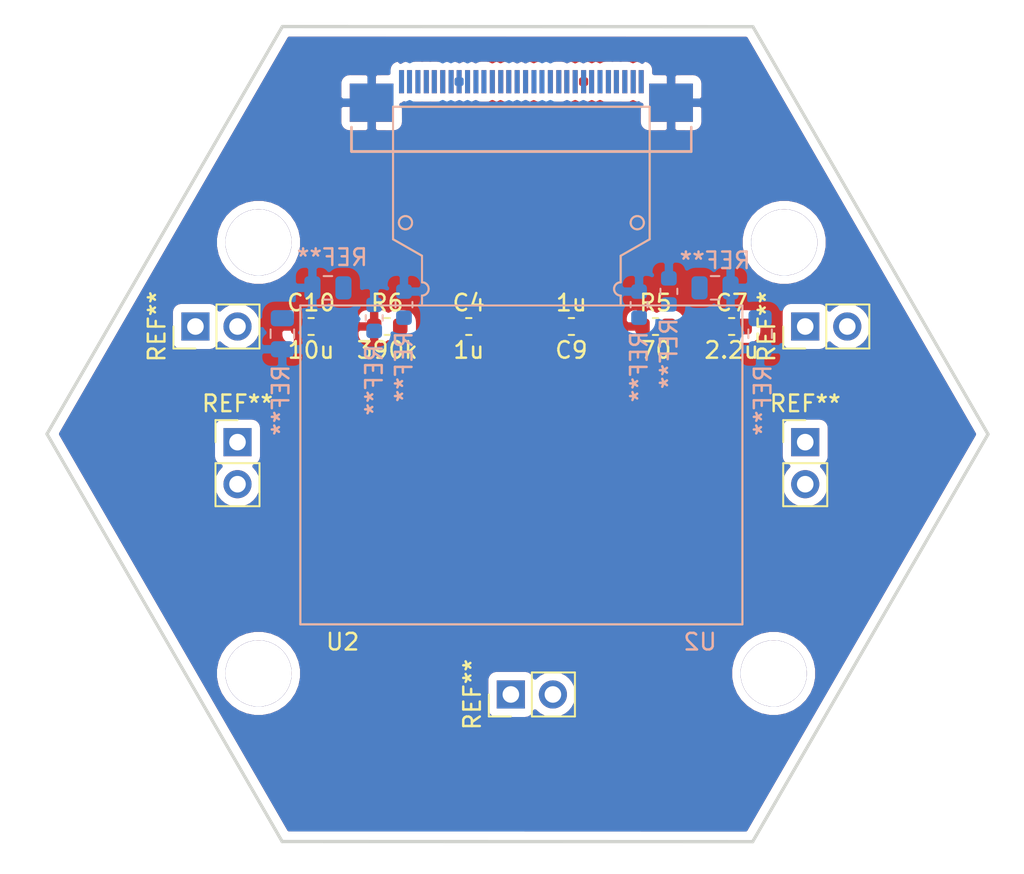
<source format=kicad_pcb>
(kicad_pcb (version 20171130) (host pcbnew "(5.1.2)-2")

  (general
    (thickness 1.6)
    (drawings 6)
    (tracks 4)
    (zones 0)
    (modules 21)
    (nets 14)
  )

  (page A4)
  (layers
    (0 F.Cu signal)
    (31 B.Cu signal hide)
    (32 B.Adhes user hide)
    (33 F.Adhes user hide)
    (34 B.Paste user hide)
    (35 F.Paste user)
    (36 B.SilkS user hide)
    (37 F.SilkS user)
    (38 B.Mask user hide)
    (39 F.Mask user)
    (40 Dwgs.User user hide)
    (41 Cmts.User user hide)
    (42 Eco1.User user hide)
    (43 Eco2.User user hide)
    (44 Edge.Cuts user)
    (45 Margin user hide)
    (46 B.CrtYd user hide)
    (47 F.CrtYd user)
    (48 B.Fab user hide)
    (49 F.Fab user)
  )

  (setup
    (last_trace_width 0.25)
    (trace_clearance 0.2)
    (zone_clearance 0.508)
    (zone_45_only no)
    (trace_min 0.2)
    (via_size 0.8)
    (via_drill 0.4)
    (via_min_size 0.4)
    (via_min_drill 0.3)
    (uvia_size 0.3)
    (uvia_drill 0.1)
    (uvias_allowed no)
    (uvia_min_size 0.2)
    (uvia_min_drill 0.1)
    (edge_width 0.05)
    (segment_width 0.2)
    (pcb_text_width 0.3)
    (pcb_text_size 1.5 1.5)
    (mod_edge_width 0.12)
    (mod_text_size 1 1)
    (mod_text_width 0.15)
    (pad_size 2.6416 2.3114)
    (pad_drill 0)
    (pad_to_mask_clearance 0.051)
    (solder_mask_min_width 0.25)
    (aux_axis_origin 0 0)
    (visible_elements 7FFFFFFF)
    (pcbplotparams
      (layerselection 0x010fc_ffffffff)
      (usegerberextensions false)
      (usegerberattributes false)
      (usegerberadvancedattributes false)
      (creategerberjobfile false)
      (excludeedgelayer true)
      (linewidth 0.100000)
      (plotframeref false)
      (viasonmask false)
      (mode 1)
      (useauxorigin false)
      (hpglpennumber 1)
      (hpglpenspeed 20)
      (hpglpendiameter 15.000000)
      (psnegative false)
      (psa4output false)
      (plotreference true)
      (plotvalue true)
      (plotinvisibletext false)
      (padsonsilk false)
      (subtractmaskfromsilk false)
      (outputformat 1)
      (mirror false)
      (drillshape 1)
      (scaleselection 1)
      (outputdirectory ""))
  )

  (net 0 "")
  (net 1 GND)
  (net 2 +3V3)
  (net 3 "Net-(C5-Pad2)")
  (net 4 "Net-(C5-Pad1)")
  (net 5 "Net-(C7-Pad2)")
  (net 6 "Net-(C9-Pad2)")
  (net 7 "Net-(C9-Pad1)")
  (net 8 "Net-(C10-Pad2)")
  (net 9 SCL)
  (net 10 SDA)
  (net 11 _RES)
  (net 12 RX)
  (net 13 "Net-(R6-Pad2)")

  (net_class Default "This is the default net class."
    (clearance 0.2)
    (trace_width 0.25)
    (via_dia 0.8)
    (via_drill 0.4)
    (uvia_dia 0.3)
    (uvia_drill 0.1)
    (add_net +3V3)
    (add_net GND)
    (add_net "Net-(C10-Pad2)")
    (add_net "Net-(C5-Pad1)")
    (add_net "Net-(C5-Pad2)")
    (add_net "Net-(C7-Pad2)")
    (add_net "Net-(C9-Pad1)")
    (add_net "Net-(C9-Pad2)")
    (add_net "Net-(R6-Pad2)")
    (add_net RX)
    (add_net SCL)
    (add_net SDA)
    (add_net _RES)
  )

  (module Resistor_SMD:R_0603_1608Metric (layer B.Cu) (tedit 5D5D390F) (tstamp 5D5D45B1)
    (at 203.2 70.6 90)
    (descr "Resistor SMD 0603 (1608 Metric), square (rectangular) end terminal, IPC_7351 nominal, (Body size source: http://www.tortai-tech.com/upload/download/2011102023233369053.pdf), generated with kicad-footprint-generator")
    (tags resistor)
    (attr smd)
    (fp_text reference REF** (at -3.76016 0 90) (layer B.SilkS)
      (effects (font (size 1 1) (thickness 0.15)) (justify mirror))
    )
    (fp_text value R_0603_1608Metric (at 0 -1.43 90) (layer B.Fab)
      (effects (font (size 1 1) (thickness 0.15)) (justify mirror))
    )
    (fp_text user %R (at 0 0 90) (layer B.Fab)
      (effects (font (size 0.4 0.4) (thickness 0.06)) (justify mirror))
    )
    (fp_line (start 1.48 -0.73) (end -1.48 -0.73) (layer B.CrtYd) (width 0.05))
    (fp_line (start 1.48 0.73) (end 1.48 -0.73) (layer B.CrtYd) (width 0.05))
    (fp_line (start -1.48 0.73) (end 1.48 0.73) (layer B.CrtYd) (width 0.05))
    (fp_line (start -1.48 -0.73) (end -1.48 0.73) (layer B.CrtYd) (width 0.05))
    (fp_line (start -0.162779 -0.51) (end 0.162779 -0.51) (layer B.SilkS) (width 0.12))
    (fp_line (start -0.162779 0.51) (end 0.162779 0.51) (layer B.SilkS) (width 0.12))
    (fp_line (start 0.8 -0.4) (end -0.8 -0.4) (layer B.Fab) (width 0.1))
    (fp_line (start 0.8 0.4) (end 0.8 -0.4) (layer B.Fab) (width 0.1))
    (fp_line (start -0.8 0.4) (end 0.8 0.4) (layer B.Fab) (width 0.1))
    (fp_line (start -0.8 -0.4) (end -0.8 0.4) (layer B.Fab) (width 0.1))
    (pad 2 smd roundrect (at 0.7875 0 90) (size 0.875 0.95) (layers B.Cu B.Paste B.Mask) (roundrect_rratio 0.25)
      (net 1 GND))
    (pad 1 smd roundrect (at -0.7875 0 90) (size 0.875 0.95) (layers B.Cu B.Paste B.Mask) (roundrect_rratio 0.25))
    (model ${KISYS3DMOD}/Resistor_SMD.3dshapes/R_0603_1608Metric.wrl
      (at (xyz 0 0 0))
      (scale (xyz 1 1 1))
      (rotate (xyz 0 0 0))
    )
  )

  (module Resistor_SMD:R_0603_1608Metric (layer B.Cu) (tedit 5D5D391E) (tstamp 5D5D4591)
    (at 205 69.8 90)
    (descr "Resistor SMD 0603 (1608 Metric), square (rectangular) end terminal, IPC_7351 nominal, (Body size source: http://www.tortai-tech.com/upload/download/2011102023233369053.pdf), generated with kicad-footprint-generator")
    (tags resistor)
    (attr smd)
    (fp_text reference REF** (at -3.76016 0 90) (layer B.SilkS)
      (effects (font (size 1 1) (thickness 0.15)) (justify mirror))
    )
    (fp_text value R_0603_1608Metric (at 0 -1.43 90) (layer B.Fab)
      (effects (font (size 1 1) (thickness 0.15)) (justify mirror))
    )
    (fp_line (start -0.8 -0.4) (end -0.8 0.4) (layer B.Fab) (width 0.1))
    (fp_line (start -0.8 0.4) (end 0.8 0.4) (layer B.Fab) (width 0.1))
    (fp_line (start 0.8 0.4) (end 0.8 -0.4) (layer B.Fab) (width 0.1))
    (fp_line (start 0.8 -0.4) (end -0.8 -0.4) (layer B.Fab) (width 0.1))
    (fp_line (start -0.162779 0.51) (end 0.162779 0.51) (layer B.SilkS) (width 0.12))
    (fp_line (start -0.162779 -0.51) (end 0.162779 -0.51) (layer B.SilkS) (width 0.12))
    (fp_line (start -1.48 -0.73) (end -1.48 0.73) (layer B.CrtYd) (width 0.05))
    (fp_line (start -1.48 0.73) (end 1.48 0.73) (layer B.CrtYd) (width 0.05))
    (fp_line (start 1.48 0.73) (end 1.48 -0.73) (layer B.CrtYd) (width 0.05))
    (fp_line (start 1.48 -0.73) (end -1.48 -0.73) (layer B.CrtYd) (width 0.05))
    (fp_text user %R (at 0 0 90) (layer B.Fab)
      (effects (font (size 0.4 0.4) (thickness 0.06)) (justify mirror))
    )
    (pad 1 smd roundrect (at -0.7875 0 90) (size 0.875 0.95) (layers B.Cu B.Paste B.Mask) (roundrect_rratio 0.25))
    (pad 2 smd roundrect (at 0.7875 0 90) (size 0.875 0.95) (layers B.Cu B.Paste B.Mask) (roundrect_rratio 0.25)
      (net 1 GND))
    (model ${KISYS3DMOD}/Resistor_SMD.3dshapes/R_0603_1608Metric.wrl
      (at (xyz 0 0 0))
      (scale (xyz 1 1 1))
      (rotate (xyz 0 0 0))
    )
  )

  (module Resistor_SMD:R_0603_1608Metric (layer B.Cu) (tedit 5D5D3939) (tstamp 5D5D44B0)
    (at 219.2 69.8 90)
    (descr "Resistor SMD 0603 (1608 Metric), square (rectangular) end terminal, IPC_7351 nominal, (Body size source: http://www.tortai-tech.com/upload/download/2011102023233369053.pdf), generated with kicad-footprint-generator")
    (tags resistor)
    (attr smd)
    (fp_text reference REF** (at -3.76016 0 90) (layer B.SilkS)
      (effects (font (size 1 1) (thickness 0.15)) (justify mirror))
    )
    (fp_text value R_0603_1608Metric (at 0 -1.43 90) (layer B.Fab)
      (effects (font (size 1 1) (thickness 0.15)) (justify mirror))
    )
    (fp_line (start -0.8 -0.4) (end -0.8 0.4) (layer B.Fab) (width 0.1))
    (fp_line (start -0.8 0.4) (end 0.8 0.4) (layer B.Fab) (width 0.1))
    (fp_line (start 0.8 0.4) (end 0.8 -0.4) (layer B.Fab) (width 0.1))
    (fp_line (start 0.8 -0.4) (end -0.8 -0.4) (layer B.Fab) (width 0.1))
    (fp_line (start -0.162779 0.51) (end 0.162779 0.51) (layer B.SilkS) (width 0.12))
    (fp_line (start -0.162779 -0.51) (end 0.162779 -0.51) (layer B.SilkS) (width 0.12))
    (fp_line (start -1.48 -0.73) (end -1.48 0.73) (layer B.CrtYd) (width 0.05))
    (fp_line (start -1.48 0.73) (end 1.48 0.73) (layer B.CrtYd) (width 0.05))
    (fp_line (start 1.48 0.73) (end 1.48 -0.73) (layer B.CrtYd) (width 0.05))
    (fp_line (start 1.48 -0.73) (end -1.48 -0.73) (layer B.CrtYd) (width 0.05))
    (fp_text user %R (at 0 0 90) (layer B.Fab)
      (effects (font (size 0.4 0.4) (thickness 0.06)) (justify mirror))
    )
    (pad 1 smd roundrect (at -0.7875 0 90) (size 0.875 0.95) (layers B.Cu B.Paste B.Mask) (roundrect_rratio 0.25))
    (pad 2 smd roundrect (at 0.7875 0 90) (size 0.875 0.95) (layers B.Cu B.Paste B.Mask) (roundrect_rratio 0.25)
      (net 1 GND))
    (model ${KISYS3DMOD}/Resistor_SMD.3dshapes/R_0603_1608Metric.wrl
      (at (xyz 0 0 0))
      (scale (xyz 1 1 1))
      (rotate (xyz 0 0 0))
    )
  )

  (module Resistor_SMD:R_0603_1608Metric (layer B.Cu) (tedit 5D5D3940) (tstamp 5D5D429A)
    (at 221 69 90)
    (descr "Resistor SMD 0603 (1608 Metric), square (rectangular) end terminal, IPC_7351 nominal, (Body size source: http://www.tortai-tech.com/upload/download/2011102023233369053.pdf), generated with kicad-footprint-generator")
    (tags resistor)
    (attr smd)
    (fp_text reference REF** (at -3.76016 0 90) (layer B.SilkS)
      (effects (font (size 1 1) (thickness 0.15)) (justify mirror))
    )
    (fp_text value R_0603_1608Metric (at 0 -1.43 90) (layer B.Fab)
      (effects (font (size 1 1) (thickness 0.15)) (justify mirror))
    )
    (fp_text user %R (at 0 0 90) (layer B.Fab)
      (effects (font (size 0.4 0.4) (thickness 0.06)) (justify mirror))
    )
    (fp_line (start 1.48 -0.73) (end -1.48 -0.73) (layer B.CrtYd) (width 0.05))
    (fp_line (start 1.48 0.73) (end 1.48 -0.73) (layer B.CrtYd) (width 0.05))
    (fp_line (start -1.48 0.73) (end 1.48 0.73) (layer B.CrtYd) (width 0.05))
    (fp_line (start -1.48 -0.73) (end -1.48 0.73) (layer B.CrtYd) (width 0.05))
    (fp_line (start -0.162779 -0.51) (end 0.162779 -0.51) (layer B.SilkS) (width 0.12))
    (fp_line (start -0.162779 0.51) (end 0.162779 0.51) (layer B.SilkS) (width 0.12))
    (fp_line (start 0.8 -0.4) (end -0.8 -0.4) (layer B.Fab) (width 0.1))
    (fp_line (start 0.8 0.4) (end 0.8 -0.4) (layer B.Fab) (width 0.1))
    (fp_line (start -0.8 0.4) (end 0.8 0.4) (layer B.Fab) (width 0.1))
    (fp_line (start -0.8 -0.4) (end -0.8 0.4) (layer B.Fab) (width 0.1))
    (pad 2 smd roundrect (at 0.7875 0 90) (size 0.875 0.95) (layers B.Cu B.Paste B.Mask) (roundrect_rratio 0.25)
      (net 1 GND))
    (pad 1 smd roundrect (at -0.7875 0 90) (size 0.875 0.95) (layers B.Cu B.Paste B.Mask) (roundrect_rratio 0.25))
    (model ${KISYS3DMOD}/Resistor_SMD.3dshapes/R_0603_1608Metric.wrl
      (at (xyz 0 0 0))
      (scale (xyz 1 1 1))
      (rotate (xyz 0 0 0))
    )
  )

  (module Capacitor_SMD:C_0805_2012Metric (layer B.Cu) (tedit 5D5D3987) (tstamp 5D5D3F31)
    (at 226.50958 71.55688 270)
    (descr "Capacitor SMD 0805 (2012 Metric), square (rectangular) end terminal, IPC_7351 nominal, (Body size source: https://docs.google.com/spreadsheets/d/1BsfQQcO9C6DZCsRaXUlFlo91Tg2WpOkGARC1WS5S8t0/edit?usp=sharing), generated with kicad-footprint-generator")
    (tags capacitor)
    (attr smd)
    (fp_text reference REF** (at 4.02082 -0.16764 90) (layer B.SilkS)
      (effects (font (size 1 1) (thickness 0.15)) (justify mirror))
    )
    (fp_text value C_0805_2012Metric (at 0 -1.65 90) (layer B.Fab)
      (effects (font (size 1 1) (thickness 0.15)) (justify mirror))
    )
    (fp_text user %R (at 0 0 90) (layer B.Fab)
      (effects (font (size 0.5 0.5) (thickness 0.08)) (justify mirror))
    )
    (fp_line (start 1.68 -0.95) (end -1.68 -0.95) (layer B.CrtYd) (width 0.05))
    (fp_line (start 1.68 0.95) (end 1.68 -0.95) (layer B.CrtYd) (width 0.05))
    (fp_line (start -1.68 0.95) (end 1.68 0.95) (layer B.CrtYd) (width 0.05))
    (fp_line (start -1.68 -0.95) (end -1.68 0.95) (layer B.CrtYd) (width 0.05))
    (fp_line (start -0.258578 -0.71) (end 0.258578 -0.71) (layer B.SilkS) (width 0.12))
    (fp_line (start -0.258578 0.71) (end 0.258578 0.71) (layer B.SilkS) (width 0.12))
    (fp_line (start 1 -0.6) (end -1 -0.6) (layer B.Fab) (width 0.1))
    (fp_line (start 1 0.6) (end 1 -0.6) (layer B.Fab) (width 0.1))
    (fp_line (start -1 0.6) (end 1 0.6) (layer B.Fab) (width 0.1))
    (fp_line (start -1 -0.6) (end -1 0.6) (layer B.Fab) (width 0.1))
    (pad 2 smd roundrect (at 0.9375 0 270) (size 0.975 1.4) (layers B.Cu B.Paste B.Mask) (roundrect_rratio 0.25)
      (net 1 GND))
    (pad 1 smd roundrect (at -0.9375 0 270) (size 0.975 1.4) (layers B.Cu B.Paste B.Mask) (roundrect_rratio 0.25))
    (model ${KISYS3DMOD}/Capacitor_SMD.3dshapes/C_0805_2012Metric.wrl
      (at (xyz 0 0 0))
      (scale (xyz 1 1 1))
      (rotate (xyz 0 0 0))
    )
  )

  (module Capacitor_SMD:C_0805_2012Metric (layer B.Cu) (tedit 5D5D397F) (tstamp 5D5D3DC3)
    (at 223.78924 68.78574 180)
    (descr "Capacitor SMD 0805 (2012 Metric), square (rectangular) end terminal, IPC_7351 nominal, (Body size source: https://docs.google.com/spreadsheets/d/1BsfQQcO9C6DZCsRaXUlFlo91Tg2WpOkGARC1WS5S8t0/edit?usp=sharing), generated with kicad-footprint-generator")
    (tags capacitor)
    (attr smd)
    (fp_text reference REF** (at 0 1.65) (layer B.SilkS)
      (effects (font (size 1 1) (thickness 0.15)) (justify mirror))
    )
    (fp_text value C_0805_2012Metric (at 0 -1.65) (layer B.Fab)
      (effects (font (size 1 1) (thickness 0.15)) (justify mirror))
    )
    (fp_text user %R (at 0 0) (layer B.Fab)
      (effects (font (size 0.5 0.5) (thickness 0.08)) (justify mirror))
    )
    (fp_line (start 1.68 -0.95) (end -1.68 -0.95) (layer B.CrtYd) (width 0.05))
    (fp_line (start 1.68 0.95) (end 1.68 -0.95) (layer B.CrtYd) (width 0.05))
    (fp_line (start -1.68 0.95) (end 1.68 0.95) (layer B.CrtYd) (width 0.05))
    (fp_line (start -1.68 -0.95) (end -1.68 0.95) (layer B.CrtYd) (width 0.05))
    (fp_line (start -0.258578 -0.71) (end 0.258578 -0.71) (layer B.SilkS) (width 0.12))
    (fp_line (start -0.258578 0.71) (end 0.258578 0.71) (layer B.SilkS) (width 0.12))
    (fp_line (start 1 -0.6) (end -1 -0.6) (layer B.Fab) (width 0.1))
    (fp_line (start 1 0.6) (end 1 -0.6) (layer B.Fab) (width 0.1))
    (fp_line (start -1 0.6) (end 1 0.6) (layer B.Fab) (width 0.1))
    (fp_line (start -1 -0.6) (end -1 0.6) (layer B.Fab) (width 0.1))
    (pad 2 smd roundrect (at 0.9375 0 180) (size 0.975 1.4) (layers B.Cu B.Paste B.Mask) (roundrect_rratio 0.25))
    (pad 1 smd roundrect (at -0.9375 0 180) (size 0.975 1.4) (layers B.Cu B.Paste B.Mask) (roundrect_rratio 0.25)
      (net 1 GND))
    (model ${KISYS3DMOD}/Capacitor_SMD.3dshapes/C_0805_2012Metric.wrl
      (at (xyz 0 0 0))
      (scale (xyz 1 1 1))
      (rotate (xyz 0 0 0))
    )
  )

  (module Capacitor_SMD:C_0805_2012Metric (layer B.Cu) (tedit 5D5D3975) (tstamp 5D5D3DA3)
    (at 197.65264 71.55688 90)
    (descr "Capacitor SMD 0805 (2012 Metric), square (rectangular) end terminal, IPC_7351 nominal, (Body size source: https://docs.google.com/spreadsheets/d/1BsfQQcO9C6DZCsRaXUlFlo91Tg2WpOkGARC1WS5S8t0/edit?usp=sharing), generated with kicad-footprint-generator")
    (tags capacitor)
    (attr smd)
    (fp_text reference REF** (at -4.02082 -0.0889 90) (layer B.SilkS)
      (effects (font (size 1 1) (thickness 0.15)) (justify mirror))
    )
    (fp_text value C_0805_2012Metric (at 0 -1.65 90) (layer B.Fab)
      (effects (font (size 1 1) (thickness 0.15)) (justify mirror))
    )
    (fp_line (start -1 -0.6) (end -1 0.6) (layer B.Fab) (width 0.1))
    (fp_line (start -1 0.6) (end 1 0.6) (layer B.Fab) (width 0.1))
    (fp_line (start 1 0.6) (end 1 -0.6) (layer B.Fab) (width 0.1))
    (fp_line (start 1 -0.6) (end -1 -0.6) (layer B.Fab) (width 0.1))
    (fp_line (start -0.258578 0.71) (end 0.258578 0.71) (layer B.SilkS) (width 0.12))
    (fp_line (start -0.258578 -0.71) (end 0.258578 -0.71) (layer B.SilkS) (width 0.12))
    (fp_line (start -1.68 -0.95) (end -1.68 0.95) (layer B.CrtYd) (width 0.05))
    (fp_line (start -1.68 0.95) (end 1.68 0.95) (layer B.CrtYd) (width 0.05))
    (fp_line (start 1.68 0.95) (end 1.68 -0.95) (layer B.CrtYd) (width 0.05))
    (fp_line (start 1.68 -0.95) (end -1.68 -0.95) (layer B.CrtYd) (width 0.05))
    (fp_text user %R (at 0 0 90) (layer B.Fab)
      (effects (font (size 0.5 0.5) (thickness 0.08)) (justify mirror))
    )
    (pad 1 smd roundrect (at -0.9375 0 90) (size 0.975 1.4) (layers B.Cu B.Paste B.Mask) (roundrect_rratio 0.25)
      (net 1 GND))
    (pad 2 smd roundrect (at 0.9375 0 90) (size 0.975 1.4) (layers B.Cu B.Paste B.Mask) (roundrect_rratio 0.25))
    (model ${KISYS3DMOD}/Capacitor_SMD.3dshapes/C_0805_2012Metric.wrl
      (at (xyz 0 0 0))
      (scale (xyz 1 1 1))
      (rotate (xyz 0 0 0))
    )
  )

  (module Capacitor_SMD:C_0805_2012Metric (layer B.Cu) (tedit 5D5D3929) (tstamp 5D5D3BEB)
    (at 200.406 68.78574)
    (descr "Capacitor SMD 0805 (2012 Metric), square (rectangular) end terminal, IPC_7351 nominal, (Body size source: https://docs.google.com/spreadsheets/d/1BsfQQcO9C6DZCsRaXUlFlo91Tg2WpOkGARC1WS5S8t0/edit?usp=sharing), generated with kicad-footprint-generator")
    (tags capacitor)
    (attr smd)
    (fp_text reference REF** (at 0.26162 -1.83896) (layer B.SilkS)
      (effects (font (size 1 1) (thickness 0.15)) (justify mirror))
    )
    (fp_text value C_0805_2012Metric (at 0 -1.65) (layer B.Fab)
      (effects (font (size 1 1) (thickness 0.15)) (justify mirror))
    )
    (fp_text user %R (at 0 0) (layer B.Fab)
      (effects (font (size 0.5 0.5) (thickness 0.08)) (justify mirror))
    )
    (fp_line (start 1.68 -0.95) (end -1.68 -0.95) (layer B.CrtYd) (width 0.05))
    (fp_line (start 1.68 0.95) (end 1.68 -0.95) (layer B.CrtYd) (width 0.05))
    (fp_line (start -1.68 0.95) (end 1.68 0.95) (layer B.CrtYd) (width 0.05))
    (fp_line (start -1.68 -0.95) (end -1.68 0.95) (layer B.CrtYd) (width 0.05))
    (fp_line (start -0.258578 -0.71) (end 0.258578 -0.71) (layer B.SilkS) (width 0.12))
    (fp_line (start -0.258578 0.71) (end 0.258578 0.71) (layer B.SilkS) (width 0.12))
    (fp_line (start 1 -0.6) (end -1 -0.6) (layer B.Fab) (width 0.1))
    (fp_line (start 1 0.6) (end 1 -0.6) (layer B.Fab) (width 0.1))
    (fp_line (start -1 0.6) (end 1 0.6) (layer B.Fab) (width 0.1))
    (fp_line (start -1 -0.6) (end -1 0.6) (layer B.Fab) (width 0.1))
    (pad 2 smd roundrect (at 0.9375 0) (size 0.975 1.4) (layers B.Cu B.Paste B.Mask) (roundrect_rratio 0.25))
    (pad 1 smd roundrect (at -0.9375 0) (size 0.975 1.4) (layers B.Cu B.Paste B.Mask) (roundrect_rratio 0.25)
      (net 1 GND))
    (model ${KISYS3DMOD}/Capacitor_SMD.3dshapes/C_0805_2012Metric.wrl
      (at (xyz 0 0 0))
      (scale (xyz 1 1 1))
      (rotate (xyz 0 0 0))
    )
  )

  (module Swadge_Parts:oled-flat (layer B.Cu) (tedit 5D5D39A8) (tstamp 5D5D375D)
    (at 212.09 69.85)
    (path /5C3C7BBF)
    (fp_text reference U2 (at 10.795 20.32) (layer B.SilkS)
      (effects (font (size 1 1) (thickness 0.15)) (justify mirror))
    )
    (fp_text value DISP_OLED_UG-2864HSWEG01 (at -10.16 20.32) (layer B.Fab)
      (effects (font (size 1 1) (thickness 0.15)) (justify mirror))
    )
    (fp_line (start -13.35 19.26) (end 13.35 19.26) (layer B.SilkS) (width 0.12))
    (fp_line (start 13.35 19.26) (end 13.35 0) (layer B.SilkS) (width 0.12))
    (fp_line (start -13.35 0) (end 13.35 0) (layer B.SilkS) (width 0.12))
    (fp_line (start -13.35 19.26) (end -13.35 0) (layer B.SilkS) (width 0.12))
    (fp_line (start -6 -3) (end -7.75 -4) (layer B.SilkS) (width 0.12))
    (fp_line (start -7.75 -4) (end -7.75 -12) (layer B.SilkS) (width 0.12))
    (fp_line (start -7.75 -12) (end 7.75 -12) (layer B.SilkS) (width 0.12))
    (fp_line (start 7.75 -4) (end 7.75 -12) (layer B.SilkS) (width 0.12))
    (fp_line (start 6 -3) (end 7.75 -4) (layer B.SilkS) (width 0.12))
    (fp_circle (center -7 -5) (end -6.6 -5) (layer B.SilkS) (width 0.12))
    (fp_circle (center 7 -5) (end 7.4 -5) (layer B.SilkS) (width 0.12))
    (fp_arc (start -6 -1) (end -6 -1.4) (angle 180) (layer B.SilkS) (width 0.12))
    (fp_arc (start 6 -1) (end 6 -0.6) (angle 180) (layer B.SilkS) (width 0.12))
    (fp_line (start -6 0) (end -6 -0.6) (layer B.SilkS) (width 0.12))
    (fp_line (start -6 -1.4) (end -6 -3) (layer B.SilkS) (width 0.12))
    (fp_line (start 6 0) (end 6 -0.6) (layer B.SilkS) (width 0.12))
    (fp_line (start 6 -1.4) (end 6 -3) (layer B.SilkS) (width 0.12))
    (fp_line (start 10.2616 -10.7732) (end 10.2616 -9.3) (layer B.SilkS) (width 0.1524))
    (fp_line (start -10.2616 -9.3) (end -10.2616 -13.5164) (layer Eco2.User) (width 0.1524))
    (fp_line (start 10.2616 -9.3) (end -10.2616 -9.3) (layer B.SilkS) (width 0.1524))
    (fp_line (start -10.2616 -9.3) (end -10.2616 -10.7732) (layer B.SilkS) (width 0.1524))
    (fp_line (start 10.2616 -13.5164) (end 10.2616 -9.3) (layer Eco2.User) (width 0.1524))
    (fp_line (start -10.2616 -13.5164) (end 10.2616 -13.5164) (layer Eco2.User) (width 0.1524))
    (pad 32 smd rect (at 9.0424 -12.2464) (size 2.6416 2.3114) (layers B.Cu B.Paste B.Mask)
      (net 1 GND))
    (pad 28 smd rect (at -6.2484 -13.5164 90) (size 1.397 0.3048) (layers B.Cu B.Paste B.Mask)
      (net 8 "Net-(C10-Pad2)"))
    (pad 25 smd rect (at -4.7498 -13.5164 90) (size 1.397 0.3048) (layers B.Cu B.Paste B.Mask)
      (net 1 GND))
    (pad 23 smd rect (at -3.7592 -13.5164 90) (size 1.397 0.3048) (layers B.Cu B.Paste B.Mask)
      (net 1 GND))
    (pad 20 smd rect (at -2.2606 -13.5164 90) (size 1.397 0.3048) (layers B.Cu B.Paste B.Mask)
      (net 10 SDA))
    (pad 19 smd rect (at -1.7526 -13.5164 90) (size 1.397 0.3048) (layers B.Cu B.Paste B.Mask)
      (net 10 SDA))
    (pad 18 smd rect (at -1.2446 -13.5164 90) (size 1.397 0.3048) (layers B.Cu B.Paste B.Mask)
      (net 9 SCL))
    (pad 1 smd rect (at 7.239 -13.5164 90) (size 1.397 0.3048) (layers B.Cu B.Paste B.Mask)
      (net 1 GND))
    (pad 4 smd rect (at 5.7404 -13.5164 90) (size 1.397 0.3048) (layers B.Cu B.Paste B.Mask)
      (net 4 "Net-(C5-Pad1)"))
    (pad 16 smd rect (at -0.254 -13.5164 90) (size 1.397 0.3048) (layers B.Cu B.Paste B.Mask)
      (net 1 GND))
    (pad 15 smd rect (at 0.254 -13.5164 90) (size 1.397 0.3048) (layers B.Cu B.Paste B.Mask)
      (net 1 GND))
    (pad 14 smd rect (at 0.762 -13.5164 90) (size 1.397 0.3048) (layers B.Cu B.Paste B.Mask)
      (net 11 _RES))
    (pad 3 smd rect (at 6.2484 -13.5164 90) (size 1.397 0.3048) (layers B.Cu B.Paste B.Mask)
      (net 6 "Net-(C9-Pad2)"))
    (pad 31 smd rect (at -9.0424 -12.2464) (size 2.6416 2.3114) (layers B.Cu B.Paste B.Mask)
      (net 1 GND))
    (pad 13 smd rect (at 1.2446 -13.5164 90) (size 1.397 0.3048) (layers B.Cu B.Paste B.Mask)
      (net 1 GND))
    (pad 30 smd rect (at -7.239 -13.5164 90) (size 1.397 0.3048) (layers B.Cu B.Paste B.Mask)
      (net 1 GND))
    (pad 5 smd rect (at 5.2578 -13.5164 90) (size 1.397 0.3048) (layers B.Cu B.Paste B.Mask)
      (net 3 "Net-(C5-Pad2)"))
    (pad 17 smd rect (at -0.762 -13.5164 90) (size 1.397 0.3048) (layers B.Cu B.Paste B.Mask)
      (net 1 GND))
    (pad 29 smd rect (at -6.7564 -13.5164 90) (size 1.397 0.3048) (layers B.Cu B.Paste B.Mask)
      (net 1 GND))
    (pad 27 smd rect (at -5.7404 -13.5164 90) (size 1.397 0.3048) (layers B.Cu B.Paste B.Mask)
      (net 5 "Net-(C7-Pad2)"))
    (pad 26 smd rect (at -5.2578 -13.5164 90) (size 1.397 0.3048) (layers B.Cu B.Paste B.Mask)
      (net 13 "Net-(R6-Pad2)"))
    (pad 24 smd rect (at -4.2418 -13.5164 90) (size 1.397 0.3048) (layers B.Cu B.Paste B.Mask)
      (net 1 GND))
    (pad 22 smd rect (at -3.2512 -13.5164 90) (size 1.397 0.3048) (layers B.Cu B.Paste B.Mask)
      (net 1 GND))
    (pad 10 smd rect (at 2.7432 -13.5164 90) (size 1.397 0.3048) (layers B.Cu B.Paste B.Mask)
      (net 1 GND))
    (pad 9 smd rect (at 3.2512 -13.5164 90) (size 1.397 0.3048) (layers B.Cu B.Paste B.Mask)
      (net 2 +3V3))
    (pad 21 smd rect (at -2.7432 -13.5164 90) (size 1.397 0.3048) (layers B.Cu B.Paste B.Mask)
      (net 1 GND))
    (pad 11 smd rect (at 2.2606 -13.5164 90) (size 1.397 0.3048) (layers B.Cu B.Paste B.Mask)
      (net 2 +3V3))
    (pad 7 smd rect (at 4.2418 -13.5164 90) (size 1.397 0.3048) (layers B.Cu B.Paste B.Mask))
    (pad 2 smd rect (at 6.7564 -13.5164 90) (size 1.397 0.3048) (layers B.Cu B.Paste B.Mask)
      (net 7 "Net-(C9-Pad1)"))
    (pad 12 smd rect (at 1.7526 -13.5164 90) (size 1.397 0.3048) (layers B.Cu B.Paste B.Mask)
      (net 1 GND))
    (pad 6 smd rect (at 4.7498 -13.5164 90) (size 1.397 0.3048) (layers B.Cu B.Paste B.Mask)
      (net 2 +3V3))
    (pad 8 smd rect (at 3.7592 -13.5164 90) (size 1.397 0.3048) (layers B.Cu B.Paste B.Mask)
      (net 1 GND))
    (model ${KIPRJMOD}/kicad-libs/package3d/ssfv30r_3stlf.stp
      (offset (xyz -9.449999999999999 -9.300000000000001 1.9))
      (scale (xyz 1 1 1))
      (rotate (xyz 90 0 0))
    )
  )

  (module Swadge_Parts:C_0603_1608Metric (layer F.Cu) (tedit 5D5D3A46) (tstamp 5D5B7501)
    (at 215.1125 71.12 180)
    (descr "Capacitor SMD 0603 (1608 Metric), square (rectangular) end terminal, IPC_7351 nominal, (Body size source: http://www.tortai-tech.com/upload/download/2011102023233369053.pdf), generated with kicad-footprint-generator")
    (tags capacitor)
    (path /5C655AC1)
    (attr smd)
    (fp_text reference C9 (at 0 -1.43 180) (layer F.SilkS)
      (effects (font (size 1 1) (thickness 0.15)))
    )
    (fp_text value 1u (at 0 1.43 180) (layer F.SilkS)
      (effects (font (size 1 1) (thickness 0.15)))
    )
    (fp_line (start -0.8 0.4) (end -0.8 -0.4) (layer F.Fab) (width 0.1))
    (fp_line (start -0.8 -0.4) (end 0.8 -0.4) (layer F.Fab) (width 0.1))
    (fp_line (start 0.8 -0.4) (end 0.8 0.4) (layer F.Fab) (width 0.1))
    (fp_line (start 0.8 0.4) (end -0.8 0.4) (layer F.Fab) (width 0.1))
    (fp_line (start -0.162779 -0.51) (end 0.162779 -0.51) (layer F.SilkS) (width 0.12))
    (fp_line (start -0.162779 0.51) (end 0.162779 0.51) (layer F.SilkS) (width 0.12))
    (fp_line (start -1.48 0.73) (end -1.48 -0.73) (layer F.CrtYd) (width 0.05))
    (fp_line (start -1.48 -0.73) (end 1.48 -0.73) (layer F.CrtYd) (width 0.05))
    (fp_line (start 1.48 -0.73) (end 1.48 0.73) (layer F.CrtYd) (width 0.05))
    (fp_line (start 1.48 0.73) (end -1.48 0.73) (layer F.CrtYd) (width 0.05))
    (fp_text user %R (at 0 0 180) (layer F.Fab)
      (effects (font (size 0.4 0.4) (thickness 0.06)))
    )
    (pad 1 smd roundrect (at -0.7875 0 180) (size 0.875 0.95) (layers F.Cu F.Paste F.Mask) (roundrect_rratio 0.25)
      (net 7 "Net-(C9-Pad1)"))
    (pad 2 smd roundrect (at 0.7875 0 180) (size 0.875 0.95) (layers F.Cu F.Paste F.Mask) (roundrect_rratio 0.25)
      (net 1 GND))
    (model ${KIPRJMOD}/kicad-libs/package3d/C_0603_1608Metric.wrl
      (at (xyz 0 0 0))
      (scale (xyz 1 1 1))
      (rotate (xyz 0 0 0))
    )
  )

  (module Swadge_Parts:C_0603_1608Metric (layer F.Cu) (tedit 5C469642) (tstamp 5D5B74AC)
    (at 208.915 71.12)
    (descr "Capacitor SMD 0603 (1608 Metric), square (rectangular) end terminal, IPC_7351 nominal, (Body size source: http://www.tortai-tech.com/upload/download/2011102023233369053.pdf), generated with kicad-footprint-generator")
    (tags capacitor)
    (path /5C5EA421)
    (attr smd)
    (fp_text reference C4 (at 0 -1.43) (layer F.SilkS)
      (effects (font (size 1 1) (thickness 0.15)))
    )
    (fp_text value 1u (at 0 1.43) (layer F.SilkS)
      (effects (font (size 1 1) (thickness 0.15)))
    )
    (fp_line (start -0.8 0.4) (end -0.8 -0.4) (layer F.Fab) (width 0.1))
    (fp_line (start -0.8 -0.4) (end 0.8 -0.4) (layer F.Fab) (width 0.1))
    (fp_line (start 0.8 -0.4) (end 0.8 0.4) (layer F.Fab) (width 0.1))
    (fp_line (start 0.8 0.4) (end -0.8 0.4) (layer F.Fab) (width 0.1))
    (fp_line (start -0.162779 -0.51) (end 0.162779 -0.51) (layer F.SilkS) (width 0.12))
    (fp_line (start -0.162779 0.51) (end 0.162779 0.51) (layer F.SilkS) (width 0.12))
    (fp_line (start -1.48 0.73) (end -1.48 -0.73) (layer F.CrtYd) (width 0.05))
    (fp_line (start -1.48 -0.73) (end 1.48 -0.73) (layer F.CrtYd) (width 0.05))
    (fp_line (start 1.48 -0.73) (end 1.48 0.73) (layer F.CrtYd) (width 0.05))
    (fp_line (start 1.48 0.73) (end -1.48 0.73) (layer F.CrtYd) (width 0.05))
    (fp_text user %R (at 0 0) (layer F.Fab)
      (effects (font (size 0.4 0.4) (thickness 0.06)))
    )
    (pad 1 smd roundrect (at -0.7875 0) (size 0.875 0.95) (layers F.Cu F.Paste F.Mask) (roundrect_rratio 0.25)
      (net 1 GND))
    (pad 2 smd roundrect (at 0.7875 0) (size 0.875 0.95) (layers F.Cu F.Paste F.Mask) (roundrect_rratio 0.25)
      (net 2 +3V3))
    (model ${KIPRJMOD}/kicad-libs/package3d/C_0603_1608Metric.wrl
      (at (xyz 0 0 0))
      (scale (xyz 1 1 1))
      (rotate (xyz 0 0 0))
    )
  )

  (module Swadge_Parts:C_0603_1608Metric (layer F.Cu) (tedit 5C469642) (tstamp 5D5B76AA)
    (at 203.9875 71.12)
    (descr "Capacitor SMD 0603 (1608 Metric), square (rectangular) end terminal, IPC_7351 nominal, (Body size source: http://www.tortai-tech.com/upload/download/2011102023233369053.pdf), generated with kicad-footprint-generator")
    (tags capacitor)
    (path /5C5639B1)
    (attr smd)
    (fp_text reference R6 (at 0 -1.43) (layer F.SilkS)
      (effects (font (size 1 1) (thickness 0.15)))
    )
    (fp_text value 390k (at 0 1.43) (layer F.SilkS)
      (effects (font (size 1 1) (thickness 0.15)))
    )
    (fp_line (start -0.8 0.4) (end -0.8 -0.4) (layer F.Fab) (width 0.1))
    (fp_line (start -0.8 -0.4) (end 0.8 -0.4) (layer F.Fab) (width 0.1))
    (fp_line (start 0.8 -0.4) (end 0.8 0.4) (layer F.Fab) (width 0.1))
    (fp_line (start 0.8 0.4) (end -0.8 0.4) (layer F.Fab) (width 0.1))
    (fp_line (start -0.162779 -0.51) (end 0.162779 -0.51) (layer F.SilkS) (width 0.12))
    (fp_line (start -0.162779 0.51) (end 0.162779 0.51) (layer F.SilkS) (width 0.12))
    (fp_line (start -1.48 0.73) (end -1.48 -0.73) (layer F.CrtYd) (width 0.05))
    (fp_line (start -1.48 -0.73) (end 1.48 -0.73) (layer F.CrtYd) (width 0.05))
    (fp_line (start 1.48 -0.73) (end 1.48 0.73) (layer F.CrtYd) (width 0.05))
    (fp_line (start 1.48 0.73) (end -1.48 0.73) (layer F.CrtYd) (width 0.05))
    (fp_text user %R (at 0 0) (layer F.Fab)
      (effects (font (size 0.4 0.4) (thickness 0.06)))
    )
    (pad 1 smd roundrect (at -0.7875 0) (size 0.875 0.95) (layers F.Cu F.Paste F.Mask) (roundrect_rratio 0.25)
      (net 1 GND))
    (pad 2 smd roundrect (at 0.7875 0) (size 0.875 0.95) (layers F.Cu F.Paste F.Mask) (roundrect_rratio 0.25)
      (net 13 "Net-(R6-Pad2)"))
    (model ${KIPRJMOD}/kicad-libs/package3d/C_0603_1608Metric.wrl
      (at (xyz 0 0 0))
      (scale (xyz 1 1 1))
      (rotate (xyz 0 0 0))
    )
  )

  (module Swadge_Parts:oled-flat (layer F.Cu) (tedit 5D5D3A69) (tstamp 5D5B777C)
    (at 212.09 69.85 180)
    (path /5C3C7BBF)
    (fp_text reference U2 (at 10.795 -20.32) (layer F.SilkS)
      (effects (font (size 1 1) (thickness 0.15)))
    )
    (fp_text value DISP_OLED_UG-2864HSWEG01 (at -10.16 -20.32) (layer F.Fab)
      (effects (font (size 1 1) (thickness 0.15)))
    )
    (fp_line (start -10.2616 13.5164) (end 10.2616 13.5164) (layer Eco2.User) (width 0.1524))
    (fp_line (start 10.2616 13.5164) (end 10.2616 9.3) (layer Eco2.User) (width 0.1524))
    (fp_line (start -10.2616 9.3) (end -10.2616 10.7732) (layer F.SilkS) (width 0.1524))
    (fp_line (start 10.2616 9.3) (end -10.2616 9.3) (layer F.SilkS) (width 0.1524))
    (fp_line (start -10.2616 9.3) (end -10.2616 13.5164) (layer Eco2.User) (width 0.1524))
    (fp_line (start 10.2616 10.7732) (end 10.2616 9.3) (layer F.SilkS) (width 0.1524))
    (fp_line (start 6 1.4) (end 6 3) (layer F.SilkS) (width 0.12))
    (fp_line (start 6 0) (end 6 0.6) (layer F.SilkS) (width 0.12))
    (fp_line (start -6 1.4) (end -6 3) (layer F.SilkS) (width 0.12))
    (fp_line (start -6 0) (end -6 0.6) (layer F.SilkS) (width 0.12))
    (fp_arc (start 6 1) (end 6 0.6) (angle -180) (layer F.SilkS) (width 0.12))
    (fp_arc (start -6 1) (end -6 1.4) (angle -180) (layer F.SilkS) (width 0.12))
    (fp_circle (center 7 5) (end 7.4 5) (layer F.SilkS) (width 0.12))
    (fp_circle (center -7 5) (end -6.6 5) (layer F.SilkS) (width 0.12))
    (fp_line (start 6 3) (end 7.75 4) (layer F.SilkS) (width 0.12))
    (fp_line (start 7.75 4) (end 7.75 12) (layer F.SilkS) (width 0.12))
    (fp_line (start -7.75 12) (end 7.75 12) (layer F.SilkS) (width 0.12))
    (fp_line (start -7.75 4) (end -7.75 12) (layer F.SilkS) (width 0.12))
    (fp_line (start -6 3) (end -7.75 4) (layer F.SilkS) (width 0.12))
    (fp_line (start -13.35 -19.26) (end -13.35 0) (layer F.SilkS) (width 0.12))
    (fp_line (start -13.35 0) (end 13.35 0) (layer F.SilkS) (width 0.12))
    (fp_line (start 13.35 -19.26) (end 13.35 0) (layer F.SilkS) (width 0.12))
    (fp_line (start -13.35 -19.26) (end 13.35 -19.26) (layer F.SilkS) (width 0.12))
    (pad 8 smd rect (at 3.7592 13.5164 90) (size 1.397 0.3048) (layers F.Cu F.Paste F.Mask)
      (net 1 GND))
    (pad 6 smd rect (at 4.7498 13.5164 90) (size 1.397 0.3048) (layers F.Cu F.Paste F.Mask)
      (net 2 +3V3))
    (pad 12 smd rect (at 1.7526 13.5164 90) (size 1.397 0.3048) (layers F.Cu F.Paste F.Mask)
      (net 1 GND))
    (pad 2 smd rect (at 6.7564 13.5164 90) (size 1.397 0.3048) (layers F.Cu F.Paste F.Mask)
      (net 7 "Net-(C9-Pad1)"))
    (pad 7 smd rect (at 4.2418 13.5164 90) (size 1.397 0.3048) (layers F.Cu F.Paste F.Mask))
    (pad 11 smd rect (at 2.2606 13.5164 90) (size 1.397 0.3048) (layers F.Cu F.Paste F.Mask)
      (net 2 +3V3))
    (pad 21 smd rect (at -2.7432 13.5164 90) (size 1.397 0.3048) (layers F.Cu F.Paste F.Mask)
      (net 1 GND))
    (pad 9 smd rect (at 3.2512 13.5164 90) (size 1.397 0.3048) (layers F.Cu F.Paste F.Mask)
      (net 2 +3V3))
    (pad 10 smd rect (at 2.7432 13.5164 90) (size 1.397 0.3048) (layers F.Cu F.Paste F.Mask)
      (net 1 GND))
    (pad 22 smd rect (at -3.2512 13.5164 90) (size 1.397 0.3048) (layers F.Cu F.Paste F.Mask)
      (net 1 GND))
    (pad 24 smd rect (at -4.2418 13.5164 90) (size 1.397 0.3048) (layers F.Cu F.Paste F.Mask)
      (net 1 GND))
    (pad 26 smd rect (at -5.2578 13.5164 90) (size 1.397 0.3048) (layers F.Cu F.Paste F.Mask)
      (net 13 "Net-(R6-Pad2)"))
    (pad 27 smd rect (at -5.7404 13.5164 90) (size 1.397 0.3048) (layers F.Cu F.Paste F.Mask)
      (net 5 "Net-(C7-Pad2)"))
    (pad 29 smd rect (at -6.7564 13.5164 90) (size 1.397 0.3048) (layers F.Cu F.Paste F.Mask)
      (net 1 GND))
    (pad 17 smd rect (at -0.762 13.5164 90) (size 1.397 0.3048) (layers F.Cu F.Paste F.Mask)
      (net 1 GND))
    (pad 5 smd rect (at 5.2578 13.5164 90) (size 1.397 0.3048) (layers F.Cu F.Paste F.Mask)
      (net 3 "Net-(C5-Pad2)"))
    (pad 30 smd rect (at -7.239 13.5164 90) (size 1.397 0.3048) (layers F.Cu F.Paste F.Mask)
      (net 1 GND))
    (pad 13 smd rect (at 1.2446 13.5164 90) (size 1.397 0.3048) (layers F.Cu F.Paste F.Mask)
      (net 1 GND))
    (pad 31 smd rect (at -9.0424 12.2464 180) (size 2.6416 2.3114) (layers F.Cu F.Paste F.Mask)
      (net 1 GND))
    (pad 3 smd rect (at 6.2484 13.5164 90) (size 1.397 0.3048) (layers F.Cu F.Paste F.Mask)
      (net 6 "Net-(C9-Pad2)"))
    (pad 14 smd rect (at 0.762 13.5164 90) (size 1.397 0.3048) (layers F.Cu F.Paste F.Mask)
      (net 11 _RES))
    (pad 15 smd rect (at 0.254 13.5164 90) (size 1.397 0.3048) (layers F.Cu F.Paste F.Mask)
      (net 1 GND))
    (pad 16 smd rect (at -0.254 13.5164 90) (size 1.397 0.3048) (layers F.Cu F.Paste F.Mask)
      (net 1 GND))
    (pad 4 smd rect (at 5.7404 13.5164 90) (size 1.397 0.3048) (layers F.Cu F.Paste F.Mask)
      (net 4 "Net-(C5-Pad1)"))
    (pad 1 smd rect (at 7.239 13.5164 90) (size 1.397 0.3048) (layers F.Cu F.Paste F.Mask)
      (net 1 GND))
    (pad 18 smd rect (at -1.2446 13.5164 90) (size 1.397 0.3048) (layers F.Cu F.Paste F.Mask)
      (net 9 SCL))
    (pad 19 smd rect (at -1.7526 13.5164 90) (size 1.397 0.3048) (layers F.Cu F.Paste F.Mask)
      (net 10 SDA))
    (pad 20 smd rect (at -2.2606 13.5164 90) (size 1.397 0.3048) (layers F.Cu F.Paste F.Mask)
      (net 10 SDA))
    (pad 23 smd rect (at -3.7592 13.5164 90) (size 1.397 0.3048) (layers F.Cu F.Paste F.Mask)
      (net 1 GND))
    (pad 25 smd rect (at -4.7498 13.5164 90) (size 1.397 0.3048) (layers F.Cu F.Paste F.Mask)
      (net 1 GND))
    (pad 28 smd rect (at -6.2484 13.5164 90) (size 1.397 0.3048) (layers F.Cu F.Paste F.Mask)
      (net 8 "Net-(C10-Pad2)"))
    (pad 32 smd rect (at 9.0424 12.2464 180) (size 2.6416 2.3114) (layers F.Cu F.Paste F.Mask)
      (net 1 GND))
    (model ${KIPRJMOD}/kicad-libs/package3d/ssfv30r_3stlf.stp
      (offset (xyz -9.449999999999999 -9.300000000000001 1.9))
      (scale (xyz 1 1 1))
      (rotate (xyz 90 0 0))
    )
  )

  (module Swadge_Parts:R_0603_1608Metric (layer F.Cu) (tedit 5D5D3A4E) (tstamp 5D5B7699)
    (at 220.1925 71.12)
    (descr "Resistor SMD 0603 (1608 Metric), square (rectangular) end terminal, IPC_7351 nominal, (Body size source: http://www.tortai-tech.com/upload/download/2011102023233369053.pdf), generated with kicad-footprint-generator")
    (tags resistor)
    (path /5C3AEE0E)
    (attr smd)
    (fp_text reference R5 (at 0 -1.43) (layer F.SilkS)
      (effects (font (size 1 1) (thickness 0.15)))
    )
    (fp_text value 70 (at 0 1.43) (layer F.SilkS)
      (effects (font (size 1 1) (thickness 0.15)))
    )
    (fp_line (start -0.8 0.4) (end -0.8 -0.4) (layer F.Fab) (width 0.1))
    (fp_line (start -0.8 -0.4) (end 0.8 -0.4) (layer F.Fab) (width 0.1))
    (fp_line (start 0.8 -0.4) (end 0.8 0.4) (layer F.Fab) (width 0.1))
    (fp_line (start 0.8 0.4) (end -0.8 0.4) (layer F.Fab) (width 0.1))
    (fp_line (start -0.162779 -0.51) (end 0.162779 -0.51) (layer F.SilkS) (width 0.12))
    (fp_line (start -0.162779 0.51) (end 0.162779 0.51) (layer F.SilkS) (width 0.12))
    (fp_line (start -1.48 0.73) (end -1.48 -0.73) (layer F.CrtYd) (width 0.05))
    (fp_line (start -1.48 -0.73) (end 1.48 -0.73) (layer F.CrtYd) (width 0.05))
    (fp_line (start 1.48 -0.73) (end 1.48 0.73) (layer F.CrtYd) (width 0.05))
    (fp_line (start 1.48 0.73) (end -1.48 0.73) (layer F.CrtYd) (width 0.05))
    (fp_text user %R (at 0 0) (layer F.Fab)
      (effects (font (size 0.4 0.4) (thickness 0.06)))
    )
    (pad 1 smd roundrect (at -0.7875 0) (size 0.875 0.95) (layers F.Cu F.Paste F.Mask) (roundrect_rratio 0.25)
      (net 1 GND))
    (pad 2 smd roundrect (at 0.7875 0) (size 0.875 0.95) (layers F.Cu F.Paste F.Mask) (roundrect_rratio 0.25)
      (net 12 RX))
    (model ${KIPRJMOD}/kicad-libs/package3d/R_0603_1608Metric.wrl
      (at (xyz 0 0 0))
      (scale (xyz 1 1 1))
      (rotate (xyz 0 0 0))
    )
  )

  (module Swadge_Parts:C_0603_1608Metric (layer F.Cu) (tedit 5C469642) (tstamp 5D5B7512)
    (at 199.39 71.12)
    (descr "Capacitor SMD 0603 (1608 Metric), square (rectangular) end terminal, IPC_7351 nominal, (Body size source: http://www.tortai-tech.com/upload/download/2011102023233369053.pdf), generated with kicad-footprint-generator")
    (tags capacitor)
    (path /5C3D117F)
    (attr smd)
    (fp_text reference C10 (at 0 -1.43) (layer F.SilkS)
      (effects (font (size 1 1) (thickness 0.15)))
    )
    (fp_text value 10u (at 0 1.43) (layer F.SilkS)
      (effects (font (size 1 1) (thickness 0.15)))
    )
    (fp_line (start -0.8 0.4) (end -0.8 -0.4) (layer F.Fab) (width 0.1))
    (fp_line (start -0.8 -0.4) (end 0.8 -0.4) (layer F.Fab) (width 0.1))
    (fp_line (start 0.8 -0.4) (end 0.8 0.4) (layer F.Fab) (width 0.1))
    (fp_line (start 0.8 0.4) (end -0.8 0.4) (layer F.Fab) (width 0.1))
    (fp_line (start -0.162779 -0.51) (end 0.162779 -0.51) (layer F.SilkS) (width 0.12))
    (fp_line (start -0.162779 0.51) (end 0.162779 0.51) (layer F.SilkS) (width 0.12))
    (fp_line (start -1.48 0.73) (end -1.48 -0.73) (layer F.CrtYd) (width 0.05))
    (fp_line (start -1.48 -0.73) (end 1.48 -0.73) (layer F.CrtYd) (width 0.05))
    (fp_line (start 1.48 -0.73) (end 1.48 0.73) (layer F.CrtYd) (width 0.05))
    (fp_line (start 1.48 0.73) (end -1.48 0.73) (layer F.CrtYd) (width 0.05))
    (fp_text user %R (at 0 0) (layer F.Fab)
      (effects (font (size 0.4 0.4) (thickness 0.06)))
    )
    (pad 1 smd roundrect (at -0.7875 0) (size 0.875 0.95) (layers F.Cu F.Paste F.Mask) (roundrect_rratio 0.25)
      (net 1 GND))
    (pad 2 smd roundrect (at 0.7875 0) (size 0.875 0.95) (layers F.Cu F.Paste F.Mask) (roundrect_rratio 0.25)
      (net 8 "Net-(C10-Pad2)"))
    (model ${KIPRJMOD}/kicad-libs/package3d/C_0603_1608Metric.wrl
      (at (xyz 0 0 0))
      (scale (xyz 1 1 1))
      (rotate (xyz 0 0 0))
    )
  )

  (module Swadge_Parts:C_0603_1608Metric (layer F.Cu) (tedit 5C469642) (tstamp 5D5B74DF)
    (at 224.79 71.12)
    (descr "Capacitor SMD 0603 (1608 Metric), square (rectangular) end terminal, IPC_7351 nominal, (Body size source: http://www.tortai-tech.com/upload/download/2011102023233369053.pdf), generated with kicad-footprint-generator")
    (tags capacitor)
    (path /5C3D163A)
    (attr smd)
    (fp_text reference C7 (at 0 -1.43) (layer F.SilkS)
      (effects (font (size 1 1) (thickness 0.15)))
    )
    (fp_text value 2.2u (at 0 1.43) (layer F.SilkS)
      (effects (font (size 1 1) (thickness 0.15)))
    )
    (fp_line (start -0.8 0.4) (end -0.8 -0.4) (layer F.Fab) (width 0.1))
    (fp_line (start -0.8 -0.4) (end 0.8 -0.4) (layer F.Fab) (width 0.1))
    (fp_line (start 0.8 -0.4) (end 0.8 0.4) (layer F.Fab) (width 0.1))
    (fp_line (start 0.8 0.4) (end -0.8 0.4) (layer F.Fab) (width 0.1))
    (fp_line (start -0.162779 -0.51) (end 0.162779 -0.51) (layer F.SilkS) (width 0.12))
    (fp_line (start -0.162779 0.51) (end 0.162779 0.51) (layer F.SilkS) (width 0.12))
    (fp_line (start -1.48 0.73) (end -1.48 -0.73) (layer F.CrtYd) (width 0.05))
    (fp_line (start -1.48 -0.73) (end 1.48 -0.73) (layer F.CrtYd) (width 0.05))
    (fp_line (start 1.48 -0.73) (end 1.48 0.73) (layer F.CrtYd) (width 0.05))
    (fp_line (start 1.48 0.73) (end -1.48 0.73) (layer F.CrtYd) (width 0.05))
    (fp_text user %R (at 0 0) (layer F.Fab)
      (effects (font (size 0.4 0.4) (thickness 0.06)))
    )
    (pad 1 smd roundrect (at -0.7875 0) (size 0.875 0.95) (layers F.Cu F.Paste F.Mask) (roundrect_rratio 0.25)
      (net 1 GND))
    (pad 2 smd roundrect (at 0.7875 0) (size 0.875 0.95) (layers F.Cu F.Paste F.Mask) (roundrect_rratio 0.25)
      (net 5 "Net-(C7-Pad2)"))
    (model ${KIPRJMOD}/kicad-libs/package3d/C_0603_1608Metric.wrl
      (at (xyz 0 0 0))
      (scale (xyz 1 1 1))
      (rotate (xyz 0 0 0))
    )
  )

  (module Connector_PinHeader_2.54mm:PinHeader_1x02_P2.54mm_Vertical (layer F.Cu) (tedit 59FED5CC) (tstamp 5D5DF630)
    (at 194.945 78.105)
    (descr "Through hole straight pin header, 1x02, 2.54mm pitch, single row")
    (tags "Through hole pin header THT 1x02 2.54mm single row")
    (fp_text reference REF** (at 0 -2.33) (layer F.SilkS)
      (effects (font (size 1 1) (thickness 0.15)))
    )
    (fp_text value PinHeader_1x02_P2.54mm_Vertical (at 0 4.87) (layer F.Fab)
      (effects (font (size 1 1) (thickness 0.15)))
    )
    (fp_text user %R (at 0 1.27 90) (layer F.Fab)
      (effects (font (size 1 1) (thickness 0.15)))
    )
    (fp_line (start 1.8 -1.8) (end -1.8 -1.8) (layer F.CrtYd) (width 0.05))
    (fp_line (start 1.8 4.35) (end 1.8 -1.8) (layer F.CrtYd) (width 0.05))
    (fp_line (start -1.8 4.35) (end 1.8 4.35) (layer F.CrtYd) (width 0.05))
    (fp_line (start -1.8 -1.8) (end -1.8 4.35) (layer F.CrtYd) (width 0.05))
    (fp_line (start -1.33 -1.33) (end 0 -1.33) (layer F.SilkS) (width 0.12))
    (fp_line (start -1.33 0) (end -1.33 -1.33) (layer F.SilkS) (width 0.12))
    (fp_line (start -1.33 1.27) (end 1.33 1.27) (layer F.SilkS) (width 0.12))
    (fp_line (start 1.33 1.27) (end 1.33 3.87) (layer F.SilkS) (width 0.12))
    (fp_line (start -1.33 1.27) (end -1.33 3.87) (layer F.SilkS) (width 0.12))
    (fp_line (start -1.33 3.87) (end 1.33 3.87) (layer F.SilkS) (width 0.12))
    (fp_line (start -1.27 -0.635) (end -0.635 -1.27) (layer F.Fab) (width 0.1))
    (fp_line (start -1.27 3.81) (end -1.27 -0.635) (layer F.Fab) (width 0.1))
    (fp_line (start 1.27 3.81) (end -1.27 3.81) (layer F.Fab) (width 0.1))
    (fp_line (start 1.27 -1.27) (end 1.27 3.81) (layer F.Fab) (width 0.1))
    (fp_line (start -0.635 -1.27) (end 1.27 -1.27) (layer F.Fab) (width 0.1))
    (pad 2 thru_hole oval (at 0 2.54) (size 1.7 1.7) (drill 1) (layers *.Cu *.Mask))
    (pad 1 thru_hole rect (at 0 0) (size 1.7 1.7) (drill 1) (layers *.Cu *.Mask))
    (model ${KISYS3DMOD}/Connector_PinHeader_2.54mm.3dshapes/PinHeader_1x02_P2.54mm_Vertical.wrl
      (at (xyz 0 0 0))
      (scale (xyz 1 1 1))
      (rotate (xyz 0 0 0))
    )
  )

  (module Connector_PinHeader_2.54mm:PinHeader_1x02_P2.54mm_Vertical (layer F.Cu) (tedit 59FED5CC) (tstamp 5D5DF65B)
    (at 229.235 78.105)
    (descr "Through hole straight pin header, 1x02, 2.54mm pitch, single row")
    (tags "Through hole pin header THT 1x02 2.54mm single row")
    (fp_text reference REF** (at 0 -2.33) (layer F.SilkS)
      (effects (font (size 1 1) (thickness 0.15)))
    )
    (fp_text value PinHeader_1x02_P2.54mm_Vertical (at 0 4.87) (layer F.Fab)
      (effects (font (size 1 1) (thickness 0.15)))
    )
    (fp_text user %R (at 0 1.27 90) (layer F.Fab)
      (effects (font (size 1 1) (thickness 0.15)))
    )
    (fp_line (start 1.8 -1.8) (end -1.8 -1.8) (layer F.CrtYd) (width 0.05))
    (fp_line (start 1.8 4.35) (end 1.8 -1.8) (layer F.CrtYd) (width 0.05))
    (fp_line (start -1.8 4.35) (end 1.8 4.35) (layer F.CrtYd) (width 0.05))
    (fp_line (start -1.8 -1.8) (end -1.8 4.35) (layer F.CrtYd) (width 0.05))
    (fp_line (start -1.33 -1.33) (end 0 -1.33) (layer F.SilkS) (width 0.12))
    (fp_line (start -1.33 0) (end -1.33 -1.33) (layer F.SilkS) (width 0.12))
    (fp_line (start -1.33 1.27) (end 1.33 1.27) (layer F.SilkS) (width 0.12))
    (fp_line (start 1.33 1.27) (end 1.33 3.87) (layer F.SilkS) (width 0.12))
    (fp_line (start -1.33 1.27) (end -1.33 3.87) (layer F.SilkS) (width 0.12))
    (fp_line (start -1.33 3.87) (end 1.33 3.87) (layer F.SilkS) (width 0.12))
    (fp_line (start -1.27 -0.635) (end -0.635 -1.27) (layer F.Fab) (width 0.1))
    (fp_line (start -1.27 3.81) (end -1.27 -0.635) (layer F.Fab) (width 0.1))
    (fp_line (start 1.27 3.81) (end -1.27 3.81) (layer F.Fab) (width 0.1))
    (fp_line (start 1.27 -1.27) (end 1.27 3.81) (layer F.Fab) (width 0.1))
    (fp_line (start -0.635 -1.27) (end 1.27 -1.27) (layer F.Fab) (width 0.1))
    (pad 2 thru_hole oval (at 0 2.54) (size 1.7 1.7) (drill 1) (layers *.Cu *.Mask))
    (pad 1 thru_hole rect (at 0 0) (size 1.7 1.7) (drill 1) (layers *.Cu *.Mask))
    (model ${KISYS3DMOD}/Connector_PinHeader_2.54mm.3dshapes/PinHeader_1x02_P2.54mm_Vertical.wrl
      (at (xyz 0 0 0))
      (scale (xyz 1 1 1))
      (rotate (xyz 0 0 0))
    )
  )

  (module Connector_PinHeader_2.54mm:PinHeader_1x02_P2.54mm_Vertical (layer F.Cu) (tedit 59FED5CC) (tstamp 5D5DF686)
    (at 192.405 71.12 90)
    (descr "Through hole straight pin header, 1x02, 2.54mm pitch, single row")
    (tags "Through hole pin header THT 1x02 2.54mm single row")
    (fp_text reference REF** (at 0 -2.33 90) (layer F.SilkS)
      (effects (font (size 1 1) (thickness 0.15)))
    )
    (fp_text value PinHeader_1x02_P2.54mm_Vertical (at 0 4.87 90) (layer F.Fab)
      (effects (font (size 1 1) (thickness 0.15)))
    )
    (fp_text user %R (at 0 1.27 180) (layer F.Fab)
      (effects (font (size 1 1) (thickness 0.15)))
    )
    (fp_line (start 1.8 -1.8) (end -1.8 -1.8) (layer F.CrtYd) (width 0.05))
    (fp_line (start 1.8 4.35) (end 1.8 -1.8) (layer F.CrtYd) (width 0.05))
    (fp_line (start -1.8 4.35) (end 1.8 4.35) (layer F.CrtYd) (width 0.05))
    (fp_line (start -1.8 -1.8) (end -1.8 4.35) (layer F.CrtYd) (width 0.05))
    (fp_line (start -1.33 -1.33) (end 0 -1.33) (layer F.SilkS) (width 0.12))
    (fp_line (start -1.33 0) (end -1.33 -1.33) (layer F.SilkS) (width 0.12))
    (fp_line (start -1.33 1.27) (end 1.33 1.27) (layer F.SilkS) (width 0.12))
    (fp_line (start 1.33 1.27) (end 1.33 3.87) (layer F.SilkS) (width 0.12))
    (fp_line (start -1.33 1.27) (end -1.33 3.87) (layer F.SilkS) (width 0.12))
    (fp_line (start -1.33 3.87) (end 1.33 3.87) (layer F.SilkS) (width 0.12))
    (fp_line (start -1.27 -0.635) (end -0.635 -1.27) (layer F.Fab) (width 0.1))
    (fp_line (start -1.27 3.81) (end -1.27 -0.635) (layer F.Fab) (width 0.1))
    (fp_line (start 1.27 3.81) (end -1.27 3.81) (layer F.Fab) (width 0.1))
    (fp_line (start 1.27 -1.27) (end 1.27 3.81) (layer F.Fab) (width 0.1))
    (fp_line (start -0.635 -1.27) (end 1.27 -1.27) (layer F.Fab) (width 0.1))
    (pad 2 thru_hole oval (at 0 2.54 90) (size 1.7 1.7) (drill 1) (layers *.Cu *.Mask))
    (pad 1 thru_hole rect (at 0 0 90) (size 1.7 1.7) (drill 1) (layers *.Cu *.Mask))
    (model ${KISYS3DMOD}/Connector_PinHeader_2.54mm.3dshapes/PinHeader_1x02_P2.54mm_Vertical.wrl
      (at (xyz 0 0 0))
      (scale (xyz 1 1 1))
      (rotate (xyz 0 0 0))
    )
  )

  (module Connector_PinHeader_2.54mm:PinHeader_1x02_P2.54mm_Vertical (layer F.Cu) (tedit 59FED5CC) (tstamp 5D5DF6B1)
    (at 229.235 71.12 90)
    (descr "Through hole straight pin header, 1x02, 2.54mm pitch, single row")
    (tags "Through hole pin header THT 1x02 2.54mm single row")
    (fp_text reference REF** (at 0 -2.33 90) (layer F.SilkS)
      (effects (font (size 1 1) (thickness 0.15)))
    )
    (fp_text value PinHeader_1x02_P2.54mm_Vertical (at 0 4.87 90) (layer F.Fab)
      (effects (font (size 1 1) (thickness 0.15)))
    )
    (fp_text user %R (at 0 1.27 180) (layer F.Fab)
      (effects (font (size 1 1) (thickness 0.15)))
    )
    (fp_line (start 1.8 -1.8) (end -1.8 -1.8) (layer F.CrtYd) (width 0.05))
    (fp_line (start 1.8 4.35) (end 1.8 -1.8) (layer F.CrtYd) (width 0.05))
    (fp_line (start -1.8 4.35) (end 1.8 4.35) (layer F.CrtYd) (width 0.05))
    (fp_line (start -1.8 -1.8) (end -1.8 4.35) (layer F.CrtYd) (width 0.05))
    (fp_line (start -1.33 -1.33) (end 0 -1.33) (layer F.SilkS) (width 0.12))
    (fp_line (start -1.33 0) (end -1.33 -1.33) (layer F.SilkS) (width 0.12))
    (fp_line (start -1.33 1.27) (end 1.33 1.27) (layer F.SilkS) (width 0.12))
    (fp_line (start 1.33 1.27) (end 1.33 3.87) (layer F.SilkS) (width 0.12))
    (fp_line (start -1.33 1.27) (end -1.33 3.87) (layer F.SilkS) (width 0.12))
    (fp_line (start -1.33 3.87) (end 1.33 3.87) (layer F.SilkS) (width 0.12))
    (fp_line (start -1.27 -0.635) (end -0.635 -1.27) (layer F.Fab) (width 0.1))
    (fp_line (start -1.27 3.81) (end -1.27 -0.635) (layer F.Fab) (width 0.1))
    (fp_line (start 1.27 3.81) (end -1.27 3.81) (layer F.Fab) (width 0.1))
    (fp_line (start 1.27 -1.27) (end 1.27 3.81) (layer F.Fab) (width 0.1))
    (fp_line (start -0.635 -1.27) (end 1.27 -1.27) (layer F.Fab) (width 0.1))
    (pad 2 thru_hole oval (at 0 2.54 90) (size 1.7 1.7) (drill 1) (layers *.Cu *.Mask))
    (pad 1 thru_hole rect (at 0 0 90) (size 1.7 1.7) (drill 1) (layers *.Cu *.Mask))
    (model ${KISYS3DMOD}/Connector_PinHeader_2.54mm.3dshapes/PinHeader_1x02_P2.54mm_Vertical.wrl
      (at (xyz 0 0 0))
      (scale (xyz 1 1 1))
      (rotate (xyz 0 0 0))
    )
  )

  (module Connector_PinHeader_2.54mm:PinHeader_1x02_P2.54mm_Vertical (layer F.Cu) (tedit 5D5C7B53) (tstamp 5D5DF6DC)
    (at 211.455 93.345 90)
    (descr "Through hole straight pin header, 1x02, 2.54mm pitch, single row")
    (tags "Through hole pin header THT 1x02 2.54mm single row")
    (fp_text reference REF** (at 0 -2.33 90) (layer F.SilkS)
      (effects (font (size 1 1) (thickness 0.15)))
    )
    (fp_text value PinHeader_1x02_P2.54mm_Vertical (at 0 4.87 90) (layer F.Fab) hide
      (effects (font (size 1 1) (thickness 0.15)))
    )
    (fp_text user %R (at 0 1.27 180) (layer F.Fab)
      (effects (font (size 1 1) (thickness 0.15)))
    )
    (fp_line (start 1.8 -1.8) (end -1.8 -1.8) (layer F.CrtYd) (width 0.05))
    (fp_line (start 1.8 4.35) (end 1.8 -1.8) (layer F.CrtYd) (width 0.05))
    (fp_line (start -1.8 4.35) (end 1.8 4.35) (layer F.CrtYd) (width 0.05))
    (fp_line (start -1.8 -1.8) (end -1.8 4.35) (layer F.CrtYd) (width 0.05))
    (fp_line (start -1.33 -1.33) (end 0 -1.33) (layer F.SilkS) (width 0.12))
    (fp_line (start -1.33 0) (end -1.33 -1.33) (layer F.SilkS) (width 0.12))
    (fp_line (start -1.33 1.27) (end 1.33 1.27) (layer F.SilkS) (width 0.12))
    (fp_line (start 1.33 1.27) (end 1.33 3.87) (layer F.SilkS) (width 0.12))
    (fp_line (start -1.33 1.27) (end -1.33 3.87) (layer F.SilkS) (width 0.12))
    (fp_line (start -1.33 3.87) (end 1.33 3.87) (layer F.SilkS) (width 0.12))
    (fp_line (start -1.27 -0.635) (end -0.635 -1.27) (layer F.Fab) (width 0.1))
    (fp_line (start -1.27 3.81) (end -1.27 -0.635) (layer F.Fab) (width 0.1))
    (fp_line (start 1.27 3.81) (end -1.27 3.81) (layer F.Fab) (width 0.1))
    (fp_line (start 1.27 -1.27) (end 1.27 3.81) (layer F.Fab) (width 0.1))
    (fp_line (start -0.635 -1.27) (end 1.27 -1.27) (layer F.Fab) (width 0.1))
    (pad 2 thru_hole oval (at 0 2.54 90) (size 1.7 1.7) (drill 1) (layers *.Cu *.Mask))
    (pad 1 thru_hole rect (at 0 0 90) (size 1.7 1.7) (drill 1) (layers *.Cu *.Mask))
    (model ${KISYS3DMOD}/Connector_PinHeader_2.54mm.3dshapes/PinHeader_1x02_P2.54mm_Vertical.wrl
      (at (xyz 0 0 0))
      (scale (xyz 1 1 1))
      (rotate (xyz 0 0 0))
    )
  )

  (gr_line (start 183.438412 77.611449) (end 197.654823 53.003867) (layer Edge.Cuts) (width 0.2))
  (gr_line (start 197.641002 102.227018) (end 183.438412 77.611449) (layer Edge.Cuts) (width 0.2))
  (gr_line (start 197.654823 53.003867) (end 226.073827 53.011846) (layer Edge.Cuts) (width 0.2))
  (gr_line (start 226.073827 53.011846) (end 240.276408 77.627413) (layer Edge.Cuts) (width 0.2))
  (gr_line (start 240.276408 77.627413) (end 226.06 102.235) (layer Edge.Cuts) (width 0.2))
  (gr_line (start 226.06 102.235) (end 197.641002 102.227018) (layer Edge.Cuts) (width 0.2))

  (via (at 227.33 92.075) (size 4) (drill 3.99) (layers F.Cu B.Cu) (net 0))
  (via (at 196.215 92.075) (size 4) (drill 3.99) (layers F.Cu B.Cu) (net 0))
  (via (at 196.215 66.04) (size 4) (drill 3.99) (layers F.Cu B.Cu) (net 0))
  (via (at 227.965 66.04) (size 4) (drill 3.99) (layers F.Cu B.Cu) (net 0))

  (zone (net 1) (net_name GND) (layer B.Cu) (tstamp 0) (hatch edge 0.508)
    (connect_pads (clearance 0.508))
    (min_thickness 0.254)
    (fill yes (arc_segments 32) (thermal_gap 0.508) (thermal_bridge_width 0.508))
    (polygon
      (pts
        (xy 242.2 77.6) (xy 228.2 103.6) (xy 196 104.2) (xy 180.6 77.4) (xy 196.6 51.4)
        (xy 227.6 51.4)
      )
    )
    (filled_polygon
      (pts
        (xy 225.649269 53.746727) (xy 239.427703 77.627175) (xy 225.635855 101.499882) (xy 198.065561 101.492137) (xy 192.482361 91.815475)
        (xy 193.58 91.815475) (xy 193.58 92.334525) (xy 193.681261 92.843601) (xy 193.879893 93.323141) (xy 194.168262 93.754715)
        (xy 194.535285 94.121738) (xy 194.966859 94.410107) (xy 195.446399 94.608739) (xy 195.955475 94.71) (xy 196.474525 94.71)
        (xy 196.983601 94.608739) (xy 197.463141 94.410107) (xy 197.894715 94.121738) (xy 198.261738 93.754715) (xy 198.550107 93.323141)
        (xy 198.748739 92.843601) (xy 198.818079 92.495) (xy 209.966928 92.495) (xy 209.966928 94.195) (xy 209.979188 94.319482)
        (xy 210.015498 94.43918) (xy 210.074463 94.549494) (xy 210.153815 94.646185) (xy 210.250506 94.725537) (xy 210.36082 94.784502)
        (xy 210.480518 94.820812) (xy 210.605 94.833072) (xy 212.305 94.833072) (xy 212.429482 94.820812) (xy 212.54918 94.784502)
        (xy 212.659494 94.725537) (xy 212.756185 94.646185) (xy 212.835537 94.549494) (xy 212.894502 94.43918) (xy 212.915393 94.370313)
        (xy 212.939866 94.400134) (xy 213.165986 94.585706) (xy 213.423966 94.723599) (xy 213.703889 94.808513) (xy 213.92205 94.83)
        (xy 214.06795 94.83) (xy 214.286111 94.808513) (xy 214.566034 94.723599) (xy 214.824014 94.585706) (xy 215.050134 94.400134)
        (xy 215.235706 94.174014) (xy 215.373599 93.916034) (xy 215.458513 93.636111) (xy 215.487185 93.345) (xy 215.458513 93.053889)
        (xy 215.373599 92.773966) (xy 215.235706 92.515986) (xy 215.050134 92.289866) (xy 214.824014 92.104294) (xy 214.566034 91.966401)
        (xy 214.286111 91.881487) (xy 214.06795 91.86) (xy 213.92205 91.86) (xy 213.703889 91.881487) (xy 213.423966 91.966401)
        (xy 213.165986 92.104294) (xy 212.939866 92.289866) (xy 212.915393 92.319687) (xy 212.894502 92.25082) (xy 212.835537 92.140506)
        (xy 212.756185 92.043815) (xy 212.659494 91.964463) (xy 212.54918 91.905498) (xy 212.429482 91.869188) (xy 212.305 91.856928)
        (xy 210.605 91.856928) (xy 210.480518 91.869188) (xy 210.36082 91.905498) (xy 210.250506 91.964463) (xy 210.153815 92.043815)
        (xy 210.074463 92.140506) (xy 210.015498 92.25082) (xy 209.979188 92.370518) (xy 209.966928 92.495) (xy 198.818079 92.495)
        (xy 198.85 92.334525) (xy 198.85 91.815475) (xy 224.695 91.815475) (xy 224.695 92.334525) (xy 224.796261 92.843601)
        (xy 224.994893 93.323141) (xy 225.283262 93.754715) (xy 225.650285 94.121738) (xy 226.081859 94.410107) (xy 226.561399 94.608739)
        (xy 227.070475 94.71) (xy 227.589525 94.71) (xy 228.098601 94.608739) (xy 228.578141 94.410107) (xy 229.009715 94.121738)
        (xy 229.376738 93.754715) (xy 229.665107 93.323141) (xy 229.863739 92.843601) (xy 229.965 92.334525) (xy 229.965 91.815475)
        (xy 229.863739 91.306399) (xy 229.665107 90.826859) (xy 229.376738 90.395285) (xy 229.009715 90.028262) (xy 228.578141 89.739893)
        (xy 228.098601 89.541261) (xy 227.589525 89.44) (xy 227.070475 89.44) (xy 226.561399 89.541261) (xy 226.081859 89.739893)
        (xy 225.650285 90.028262) (xy 225.283262 90.395285) (xy 224.994893 90.826859) (xy 224.796261 91.306399) (xy 224.695 91.815475)
        (xy 198.85 91.815475) (xy 198.748739 91.306399) (xy 198.550107 90.826859) (xy 198.261738 90.395285) (xy 197.894715 90.028262)
        (xy 197.463141 89.739893) (xy 196.983601 89.541261) (xy 196.474525 89.44) (xy 195.955475 89.44) (xy 195.446399 89.541261)
        (xy 194.966859 89.739893) (xy 194.535285 90.028262) (xy 194.168262 90.395285) (xy 193.879893 90.826859) (xy 193.681261 91.306399)
        (xy 193.58 91.815475) (xy 192.482361 91.815475) (xy 186.037266 80.645) (xy 193.452815 80.645) (xy 193.481487 80.936111)
        (xy 193.566401 81.216034) (xy 193.704294 81.474014) (xy 193.889866 81.700134) (xy 194.115986 81.885706) (xy 194.373966 82.023599)
        (xy 194.653889 82.108513) (xy 194.87205 82.13) (xy 195.01795 82.13) (xy 195.236111 82.108513) (xy 195.516034 82.023599)
        (xy 195.774014 81.885706) (xy 196.000134 81.700134) (xy 196.185706 81.474014) (xy 196.323599 81.216034) (xy 196.408513 80.936111)
        (xy 196.437185 80.645) (xy 227.742815 80.645) (xy 227.771487 80.936111) (xy 227.856401 81.216034) (xy 227.994294 81.474014)
        (xy 228.179866 81.700134) (xy 228.405986 81.885706) (xy 228.663966 82.023599) (xy 228.943889 82.108513) (xy 229.16205 82.13)
        (xy 229.30795 82.13) (xy 229.526111 82.108513) (xy 229.806034 82.023599) (xy 230.064014 81.885706) (xy 230.290134 81.700134)
        (xy 230.475706 81.474014) (xy 230.613599 81.216034) (xy 230.698513 80.936111) (xy 230.727185 80.645) (xy 230.698513 80.353889)
        (xy 230.613599 80.073966) (xy 230.475706 79.815986) (xy 230.290134 79.589866) (xy 230.260313 79.565393) (xy 230.32918 79.544502)
        (xy 230.439494 79.485537) (xy 230.536185 79.406185) (xy 230.615537 79.309494) (xy 230.674502 79.19918) (xy 230.710812 79.079482)
        (xy 230.723072 78.955) (xy 230.723072 77.255) (xy 230.710812 77.130518) (xy 230.674502 77.01082) (xy 230.615537 76.900506)
        (xy 230.536185 76.803815) (xy 230.439494 76.724463) (xy 230.32918 76.665498) (xy 230.209482 76.629188) (xy 230.085 76.616928)
        (xy 228.385 76.616928) (xy 228.260518 76.629188) (xy 228.14082 76.665498) (xy 228.030506 76.724463) (xy 227.933815 76.803815)
        (xy 227.854463 76.900506) (xy 227.795498 77.01082) (xy 227.759188 77.130518) (xy 227.746928 77.255) (xy 227.746928 78.955)
        (xy 227.759188 79.079482) (xy 227.795498 79.19918) (xy 227.854463 79.309494) (xy 227.933815 79.406185) (xy 228.030506 79.485537)
        (xy 228.14082 79.544502) (xy 228.209687 79.565393) (xy 228.179866 79.589866) (xy 227.994294 79.815986) (xy 227.856401 80.073966)
        (xy 227.771487 80.353889) (xy 227.742815 80.645) (xy 196.437185 80.645) (xy 196.408513 80.353889) (xy 196.323599 80.073966)
        (xy 196.185706 79.815986) (xy 196.000134 79.589866) (xy 195.970313 79.565393) (xy 196.03918 79.544502) (xy 196.149494 79.485537)
        (xy 196.246185 79.406185) (xy 196.325537 79.309494) (xy 196.384502 79.19918) (xy 196.420812 79.079482) (xy 196.433072 78.955)
        (xy 196.433072 77.255) (xy 196.420812 77.130518) (xy 196.384502 77.01082) (xy 196.325537 76.900506) (xy 196.246185 76.803815)
        (xy 196.149494 76.724463) (xy 196.03918 76.665498) (xy 195.919482 76.629188) (xy 195.795 76.616928) (xy 194.095 76.616928)
        (xy 193.970518 76.629188) (xy 193.85082 76.665498) (xy 193.740506 76.724463) (xy 193.643815 76.803815) (xy 193.564463 76.900506)
        (xy 193.505498 77.01082) (xy 193.469188 77.130518) (xy 193.456928 77.255) (xy 193.456928 78.955) (xy 193.469188 79.079482)
        (xy 193.505498 79.19918) (xy 193.564463 79.309494) (xy 193.643815 79.406185) (xy 193.740506 79.485537) (xy 193.85082 79.544502)
        (xy 193.919687 79.565393) (xy 193.889866 79.589866) (xy 193.704294 79.815986) (xy 193.566401 80.073966) (xy 193.481487 80.353889)
        (xy 193.452815 80.645) (xy 186.037266 80.645) (xy 184.287117 77.611687) (xy 186.96187 72.98188) (xy 196.314568 72.98188)
        (xy 196.326828 73.106362) (xy 196.363138 73.22606) (xy 196.422103 73.336374) (xy 196.501455 73.433065) (xy 196.598146 73.512417)
        (xy 196.70846 73.571382) (xy 196.828158 73.607692) (xy 196.95264 73.619952) (xy 197.36689 73.61688) (xy 197.52564 73.45813)
        (xy 197.52564 72.62138) (xy 197.77964 72.62138) (xy 197.77964 73.45813) (xy 197.93839 73.61688) (xy 198.35264 73.619952)
        (xy 198.477122 73.607692) (xy 198.59682 73.571382) (xy 198.707134 73.512417) (xy 198.803825 73.433065) (xy 198.883177 73.336374)
        (xy 198.942142 73.22606) (xy 198.978452 73.106362) (xy 198.990712 72.98188) (xy 225.171508 72.98188) (xy 225.183768 73.106362)
        (xy 225.220078 73.22606) (xy 225.279043 73.336374) (xy 225.358395 73.433065) (xy 225.455086 73.512417) (xy 225.5654 73.571382)
        (xy 225.685098 73.607692) (xy 225.80958 73.619952) (xy 226.22383 73.61688) (xy 226.38258 73.45813) (xy 226.38258 72.62138)
        (xy 226.63658 72.62138) (xy 226.63658 73.45813) (xy 226.79533 73.61688) (xy 227.20958 73.619952) (xy 227.334062 73.607692)
        (xy 227.45376 73.571382) (xy 227.564074 73.512417) (xy 227.660765 73.433065) (xy 227.740117 73.336374) (xy 227.799082 73.22606)
        (xy 227.835392 73.106362) (xy 227.847652 72.98188) (xy 227.84458 72.78013) (xy 227.68583 72.62138) (xy 226.63658 72.62138)
        (xy 226.38258 72.62138) (xy 225.33333 72.62138) (xy 225.17458 72.78013) (xy 225.171508 72.98188) (xy 198.990712 72.98188)
        (xy 198.98764 72.78013) (xy 198.82889 72.62138) (xy 197.77964 72.62138) (xy 197.52564 72.62138) (xy 196.47639 72.62138)
        (xy 196.31764 72.78013) (xy 196.314568 72.98188) (xy 186.96187 72.98188) (xy 188.528591 70.27) (xy 190.916928 70.27)
        (xy 190.916928 71.97) (xy 190.929188 72.094482) (xy 190.965498 72.21418) (xy 191.024463 72.324494) (xy 191.103815 72.421185)
        (xy 191.200506 72.500537) (xy 191.31082 72.559502) (xy 191.430518 72.595812) (xy 191.555 72.608072) (xy 193.255 72.608072)
        (xy 193.379482 72.595812) (xy 193.49918 72.559502) (xy 193.609494 72.500537) (xy 193.706185 72.421185) (xy 193.785537 72.324494)
        (xy 193.844502 72.21418) (xy 193.865393 72.145313) (xy 193.889866 72.175134) (xy 194.115986 72.360706) (xy 194.373966 72.498599)
        (xy 194.653889 72.583513) (xy 194.87205 72.605) (xy 195.01795 72.605) (xy 195.236111 72.583513) (xy 195.516034 72.498599)
        (xy 195.774014 72.360706) (xy 196.000134 72.175134) (xy 196.185706 71.949014) (xy 196.323599 71.691034) (xy 196.408513 71.411111)
        (xy 196.421848 71.275714) (xy 196.463182 71.353044) (xy 196.572848 71.486672) (xy 196.579204 71.491888) (xy 196.501455 71.555695)
        (xy 196.422103 71.652386) (xy 196.363138 71.7627) (xy 196.326828 71.882398) (xy 196.314568 72.00688) (xy 196.31764 72.20863)
        (xy 196.47639 72.36738) (xy 197.52564 72.36738) (xy 197.52564 72.34738) (xy 197.77964 72.34738) (xy 197.77964 72.36738)
        (xy 198.82889 72.36738) (xy 198.98764 72.20863) (xy 198.990712 72.00688) (xy 198.978452 71.882398) (xy 198.942142 71.7627)
        (xy 198.883177 71.652386) (xy 198.803825 71.555695) (xy 198.726076 71.491888) (xy 198.732432 71.486672) (xy 198.842098 71.353044)
        (xy 198.923587 71.200589) (xy 198.973768 71.035165) (xy 198.990712 70.86313) (xy 198.990712 70.37563) (xy 198.973768 70.203595)
        (xy 198.948598 70.120621) (xy 198.981 70.123812) (xy 199.18275 70.12074) (xy 199.3415 69.96199) (xy 199.3415 68.91274)
        (xy 198.50475 68.91274) (xy 198.346 69.07149) (xy 198.342928 69.48574) (xy 198.347377 69.53091) (xy 198.280925 69.510752)
        (xy 198.10889 69.493808) (xy 197.19639 69.493808) (xy 197.024355 69.510752) (xy 196.858931 69.560933) (xy 196.706476 69.642422)
        (xy 196.572848 69.752088) (xy 196.463182 69.885716) (xy 196.381693 70.038171) (xy 196.331512 70.203595) (xy 196.314568 70.37563)
        (xy 196.314568 70.53207) (xy 196.185706 70.290986) (xy 196.000134 70.064866) (xy 195.774014 69.879294) (xy 195.516034 69.741401)
        (xy 195.236111 69.656487) (xy 195.01795 69.635) (xy 194.87205 69.635) (xy 194.653889 69.656487) (xy 194.373966 69.741401)
        (xy 194.115986 69.879294) (xy 193.889866 70.064866) (xy 193.865393 70.094687) (xy 193.844502 70.02582) (xy 193.785537 69.915506)
        (xy 193.706185 69.818815) (xy 193.609494 69.739463) (xy 193.49918 69.680498) (xy 193.379482 69.644188) (xy 193.255 69.631928)
        (xy 191.555 69.631928) (xy 191.430518 69.644188) (xy 191.31082 69.680498) (xy 191.200506 69.739463) (xy 191.103815 69.818815)
        (xy 191.024463 69.915506) (xy 190.965498 70.02582) (xy 190.929188 70.145518) (xy 190.916928 70.27) (xy 188.528591 70.27)
        (xy 191.122301 65.780475) (xy 193.58 65.780475) (xy 193.58 66.299525) (xy 193.681261 66.808601) (xy 193.879893 67.288141)
        (xy 194.168262 67.719715) (xy 194.535285 68.086738) (xy 194.966859 68.375107) (xy 195.446399 68.573739) (xy 195.955475 68.675)
        (xy 196.474525 68.675) (xy 196.983601 68.573739) (xy 197.463141 68.375107) (xy 197.894715 68.086738) (xy 197.895713 68.08574)
        (xy 198.342928 68.08574) (xy 198.346 68.49999) (xy 198.50475 68.65874) (xy 199.3415 68.65874) (xy 199.3415 67.60949)
        (xy 199.5955 67.60949) (xy 199.5955 68.65874) (xy 199.6155 68.65874) (xy 199.6155 68.91274) (xy 199.5955 68.91274)
        (xy 199.5955 69.96199) (xy 199.75425 70.12074) (xy 199.956 70.123812) (xy 200.080482 70.111552) (xy 200.20018 70.075242)
        (xy 200.310494 70.016277) (xy 200.407185 69.936925) (xy 200.470992 69.859176) (xy 200.476208 69.865532) (xy 200.609836 69.975198)
        (xy 200.762291 70.056687) (xy 200.927715 70.106868) (xy 201.09975 70.123812) (xy 201.58725 70.123812) (xy 201.759285 70.106868)
        (xy 201.924709 70.056687) (xy 202.077164 69.975198) (xy 202.12066 69.939502) (xy 202.248748 69.939502) (xy 202.09 70.09825)
        (xy 202.086928 70.25) (xy 202.099188 70.374482) (xy 202.135498 70.49418) (xy 202.194463 70.604494) (xy 202.2491 70.67107)
        (xy 202.231329 70.692725) (xy 202.15215 70.840858) (xy 202.103392 71.001592) (xy 202.086928 71.16875) (xy 202.086928 71.60625)
        (xy 202.103392 71.773408) (xy 202.15215 71.934142) (xy 202.231329 72.082275) (xy 202.337885 72.212115) (xy 202.467725 72.318671)
        (xy 202.615858 72.39785) (xy 202.776592 72.446608) (xy 202.94375 72.463072) (xy 203.45625 72.463072) (xy 203.623408 72.446608)
        (xy 203.784142 72.39785) (xy 203.932275 72.318671) (xy 204.062115 72.212115) (xy 204.168671 72.082275) (xy 204.24785 71.934142)
        (xy 204.296608 71.773408) (xy 204.313072 71.60625) (xy 204.313072 71.54291) (xy 204.415858 71.59785) (xy 204.576592 71.646608)
        (xy 204.74375 71.663072) (xy 205.25625 71.663072) (xy 205.423408 71.646608) (xy 205.584142 71.59785) (xy 205.732275 71.518671)
        (xy 205.862115 71.412115) (xy 205.968671 71.282275) (xy 206.04785 71.134142) (xy 206.096608 70.973408) (xy 206.113072 70.80625)
        (xy 206.113072 70.36875) (xy 206.096608 70.201592) (xy 206.04785 70.040858) (xy 205.968671 69.892725) (xy 205.9509 69.87107)
        (xy 206.005537 69.804494) (xy 206.064502 69.69418) (xy 206.100812 69.574482) (xy 206.113072 69.45) (xy 218.086928 69.45)
        (xy 218.099188 69.574482) (xy 218.135498 69.69418) (xy 218.194463 69.804494) (xy 218.2491 69.87107) (xy 218.231329 69.892725)
        (xy 218.15215 70.040858) (xy 218.103392 70.201592) (xy 218.086928 70.36875) (xy 218.086928 70.80625) (xy 218.103392 70.973408)
        (xy 218.15215 71.134142) (xy 218.231329 71.282275) (xy 218.337885 71.412115) (xy 218.467725 71.518671) (xy 218.615858 71.59785)
        (xy 218.776592 71.646608) (xy 218.94375 71.663072) (xy 219.45625 71.663072) (xy 219.623408 71.646608) (xy 219.784142 71.59785)
        (xy 219.932275 71.518671) (xy 220.062115 71.412115) (xy 220.168671 71.282275) (xy 220.24785 71.134142) (xy 220.296608 70.973408)
        (xy 220.313072 70.80625) (xy 220.313072 70.74291) (xy 220.415858 70.79785) (xy 220.576592 70.846608) (xy 220.74375 70.863072)
        (xy 221.25625 70.863072) (xy 221.423408 70.846608) (xy 221.584142 70.79785) (xy 221.732275 70.718671) (xy 221.862115 70.612115)
        (xy 221.968671 70.482275) (xy 222.04785 70.334142) (xy 222.096608 70.173408) (xy 222.113072 70.00625) (xy 222.113072 69.971091)
        (xy 222.118076 69.975198) (xy 222.270531 70.056687) (xy 222.435955 70.106868) (xy 222.60799 70.123812) (xy 223.09549 70.123812)
        (xy 223.267525 70.106868) (xy 223.432949 70.056687) (xy 223.585404 69.975198) (xy 223.719032 69.865532) (xy 223.724248 69.859176)
        (xy 223.788055 69.936925) (xy 223.884746 70.016277) (xy 223.99506 70.075242) (xy 224.114758 70.111552) (xy 224.23924 70.123812)
        (xy 224.44099 70.12074) (xy 224.59974 69.96199) (xy 224.59974 68.91274) (xy 224.85374 68.91274) (xy 224.85374 69.96199)
        (xy 225.01249 70.12074) (xy 225.212661 70.123788) (xy 225.188452 70.203595) (xy 225.171508 70.37563) (xy 225.171508 70.86313)
        (xy 225.188452 71.035165) (xy 225.238633 71.200589) (xy 225.320122 71.353044) (xy 225.429788 71.486672) (xy 225.436144 71.491888)
        (xy 225.358395 71.555695) (xy 225.279043 71.652386) (xy 225.220078 71.7627) (xy 225.183768 71.882398) (xy 225.171508 72.00688)
        (xy 225.17458 72.20863) (xy 225.33333 72.36738) (xy 226.38258 72.36738) (xy 226.38258 72.34738) (xy 226.63658 72.34738)
        (xy 226.63658 72.36738) (xy 227.68583 72.36738) (xy 227.810662 72.242548) (xy 227.854463 72.324494) (xy 227.933815 72.421185)
        (xy 228.030506 72.500537) (xy 228.14082 72.559502) (xy 228.260518 72.595812) (xy 228.385 72.608072) (xy 230.085 72.608072)
        (xy 230.209482 72.595812) (xy 230.32918 72.559502) (xy 230.439494 72.500537) (xy 230.536185 72.421185) (xy 230.615537 72.324494)
        (xy 230.674502 72.21418) (xy 230.695393 72.145313) (xy 230.719866 72.175134) (xy 230.945986 72.360706) (xy 231.203966 72.498599)
        (xy 231.483889 72.583513) (xy 231.70205 72.605) (xy 231.84795 72.605) (xy 232.066111 72.583513) (xy 232.346034 72.498599)
        (xy 232.604014 72.360706) (xy 232.830134 72.175134) (xy 233.015706 71.949014) (xy 233.153599 71.691034) (xy 233.238513 71.411111)
        (xy 233.267185 71.12) (xy 233.238513 70.828889) (xy 233.153599 70.548966) (xy 233.015706 70.290986) (xy 232.830134 70.064866)
        (xy 232.604014 69.879294) (xy 232.346034 69.741401) (xy 232.066111 69.656487) (xy 231.84795 69.635) (xy 231.70205 69.635)
        (xy 231.483889 69.656487) (xy 231.203966 69.741401) (xy 230.945986 69.879294) (xy 230.719866 70.064866) (xy 230.695393 70.094687)
        (xy 230.674502 70.02582) (xy 230.615537 69.915506) (xy 230.536185 69.818815) (xy 230.439494 69.739463) (xy 230.32918 69.680498)
        (xy 230.209482 69.644188) (xy 230.085 69.631928) (xy 228.385 69.631928) (xy 228.260518 69.644188) (xy 228.14082 69.680498)
        (xy 228.030506 69.739463) (xy 227.933815 69.818815) (xy 227.854463 69.915506) (xy 227.795498 70.02582) (xy 227.786139 70.056672)
        (xy 227.780527 70.038171) (xy 227.699038 69.885716) (xy 227.589372 69.752088) (xy 227.455744 69.642422) (xy 227.303289 69.560933)
        (xy 227.137865 69.510752) (xy 226.96583 69.493808) (xy 226.05333 69.493808) (xy 225.881295 69.510752) (xy 225.84888 69.520585)
        (xy 225.852312 69.48574) (xy 225.84924 69.07149) (xy 225.69049 68.91274) (xy 224.85374 68.91274) (xy 224.59974 68.91274)
        (xy 224.57974 68.91274) (xy 224.57974 68.65874) (xy 224.59974 68.65874) (xy 224.59974 67.60949) (xy 224.85374 67.60949)
        (xy 224.85374 68.65874) (xy 225.69049 68.65874) (xy 225.84924 68.49999) (xy 225.852312 68.08574) (xy 225.840052 67.961258)
        (xy 225.803742 67.84156) (xy 225.744777 67.731246) (xy 225.665425 67.634555) (xy 225.568734 67.555203) (xy 225.45842 67.496238)
        (xy 225.338722 67.459928) (xy 225.21424 67.447668) (xy 225.01249 67.45074) (xy 224.85374 67.60949) (xy 224.59974 67.60949)
        (xy 224.44099 67.45074) (xy 224.23924 67.447668) (xy 224.114758 67.459928) (xy 223.99506 67.496238) (xy 223.884746 67.555203)
        (xy 223.788055 67.634555) (xy 223.724248 67.712304) (xy 223.719032 67.705948) (xy 223.585404 67.596282) (xy 223.432949 67.514793)
        (xy 223.267525 67.464612) (xy 223.09549 67.447668) (xy 222.60799 67.447668) (xy 222.435955 67.464612) (xy 222.270531 67.514793)
        (xy 222.118076 67.596282) (xy 222.09108 67.618437) (xy 222.064502 67.53082) (xy 222.005537 67.420506) (xy 221.926185 67.323815)
        (xy 221.829494 67.244463) (xy 221.71918 67.185498) (xy 221.599482 67.149188) (xy 221.475 67.136928) (xy 221.28575 67.14)
        (xy 221.127 67.29875) (xy 221.127 68.0855) (xy 221.147 68.0855) (xy 221.147 68.3395) (xy 221.127 68.3395)
        (xy 221.127 68.3595) (xy 220.873 68.3595) (xy 220.873 68.3395) (xy 220.853 68.3395) (xy 220.853 68.0855)
        (xy 220.873 68.0855) (xy 220.873 67.29875) (xy 220.71425 67.14) (xy 220.525 67.136928) (xy 220.400518 67.149188)
        (xy 220.28082 67.185498) (xy 220.170506 67.244463) (xy 220.073815 67.323815) (xy 219.994463 67.420506) (xy 219.935498 67.53082)
        (xy 219.899188 67.650518) (xy 219.886928 67.775) (xy 219.89 67.92675) (xy 219.982701 68.019451) (xy 219.91918 67.985498)
        (xy 219.799482 67.949188) (xy 219.675 67.936928) (xy 219.48575 67.94) (xy 219.327 68.09875) (xy 219.327 68.8855)
        (xy 219.347 68.8855) (xy 219.347 69.1395) (xy 219.327 69.1395) (xy 219.327 69.1595) (xy 219.073 69.1595)
        (xy 219.073 69.1395) (xy 218.24875 69.1395) (xy 218.09 69.29825) (xy 218.086928 69.45) (xy 206.113072 69.45)
        (xy 206.11 69.29825) (xy 205.95125 69.1395) (xy 205.127 69.1395) (xy 205.127 69.1595) (xy 204.873 69.1595)
        (xy 204.873 69.1395) (xy 204.853 69.1395) (xy 204.853 68.8855) (xy 204.873 68.8855) (xy 204.873 68.09875)
        (xy 205.127 68.09875) (xy 205.127 68.8855) (xy 205.95125 68.8855) (xy 206.11 68.72675) (xy 206.113072 68.575)
        (xy 218.086928 68.575) (xy 218.09 68.72675) (xy 218.24875 68.8855) (xy 219.073 68.8855) (xy 219.073 68.09875)
        (xy 218.91425 67.94) (xy 218.725 67.936928) (xy 218.600518 67.949188) (xy 218.48082 67.985498) (xy 218.370506 68.044463)
        (xy 218.273815 68.123815) (xy 218.194463 68.220506) (xy 218.135498 68.33082) (xy 218.099188 68.450518) (xy 218.086928 68.575)
        (xy 206.113072 68.575) (xy 206.100812 68.450518) (xy 206.064502 68.33082) (xy 206.005537 68.220506) (xy 205.926185 68.123815)
        (xy 205.829494 68.044463) (xy 205.71918 67.985498) (xy 205.599482 67.949188) (xy 205.475 67.936928) (xy 205.28575 67.94)
        (xy 205.127 68.09875) (xy 204.873 68.09875) (xy 204.71425 67.94) (xy 204.525 67.936928) (xy 204.400518 67.949188)
        (xy 204.28082 67.985498) (xy 204.170506 68.044463) (xy 204.073815 68.123815) (xy 203.994463 68.220506) (xy 203.935498 68.33082)
        (xy 203.899188 68.450518) (xy 203.886928 68.575) (xy 203.89 68.72675) (xy 203.982701 68.819451) (xy 203.91918 68.785498)
        (xy 203.799482 68.749188) (xy 203.675 68.736928) (xy 203.48575 68.74) (xy 203.327 68.89875) (xy 203.327 69.6855)
        (xy 203.347 69.6855) (xy 203.347 69.9395) (xy 203.327 69.9395) (xy 203.327 69.9595) (xy 203.073 69.9595)
        (xy 203.073 69.9395) (xy 203.053 69.9395) (xy 203.053 69.6855) (xy 203.073 69.6855) (xy 203.073 68.89875)
        (xy 202.91425 68.74) (xy 202.725 68.736928) (xy 202.600518 68.749188) (xy 202.48082 68.785498) (xy 202.469072 68.791778)
        (xy 202.469072 68.32949) (xy 202.452128 68.157455) (xy 202.401947 67.992031) (xy 202.320458 67.839576) (xy 202.210792 67.705948)
        (xy 202.077164 67.596282) (xy 201.924709 67.514793) (xy 201.759285 67.464612) (xy 201.58725 67.447668) (xy 201.09975 67.447668)
        (xy 200.927715 67.464612) (xy 200.762291 67.514793) (xy 200.609836 67.596282) (xy 200.476208 67.705948) (xy 200.470992 67.712304)
        (xy 200.407185 67.634555) (xy 200.310494 67.555203) (xy 200.20018 67.496238) (xy 200.080482 67.459928) (xy 199.956 67.447668)
        (xy 199.75425 67.45074) (xy 199.5955 67.60949) (xy 199.3415 67.60949) (xy 199.18275 67.45074) (xy 198.981 67.447668)
        (xy 198.856518 67.459928) (xy 198.73682 67.496238) (xy 198.626506 67.555203) (xy 198.529815 67.634555) (xy 198.450463 67.731246)
        (xy 198.391498 67.84156) (xy 198.355188 67.961258) (xy 198.342928 68.08574) (xy 197.895713 68.08574) (xy 198.261738 67.719715)
        (xy 198.550107 67.288141) (xy 198.748739 66.808601) (xy 198.85 66.299525) (xy 198.85 65.780475) (xy 225.33 65.780475)
        (xy 225.33 66.299525) (xy 225.431261 66.808601) (xy 225.629893 67.288141) (xy 225.918262 67.719715) (xy 226.285285 68.086738)
        (xy 226.716859 68.375107) (xy 227.196399 68.573739) (xy 227.705475 68.675) (xy 228.224525 68.675) (xy 228.733601 68.573739)
        (xy 229.213141 68.375107) (xy 229.644715 68.086738) (xy 230.011738 67.719715) (xy 230.300107 67.288141) (xy 230.498739 66.808601)
        (xy 230.6 66.299525) (xy 230.6 65.780475) (xy 230.498739 65.271399) (xy 230.300107 64.791859) (xy 230.011738 64.360285)
        (xy 229.644715 63.993262) (xy 229.213141 63.704893) (xy 228.733601 63.506261) (xy 228.224525 63.405) (xy 227.705475 63.405)
        (xy 227.196399 63.506261) (xy 226.716859 63.704893) (xy 226.285285 63.993262) (xy 225.918262 64.360285) (xy 225.629893 64.791859)
        (xy 225.431261 65.271399) (xy 225.33 65.780475) (xy 198.85 65.780475) (xy 198.748739 65.271399) (xy 198.550107 64.791859)
        (xy 198.261738 64.360285) (xy 197.894715 63.993262) (xy 197.463141 63.704893) (xy 196.983601 63.506261) (xy 196.474525 63.405)
        (xy 195.955475 63.405) (xy 195.446399 63.506261) (xy 194.966859 63.704893) (xy 194.535285 63.993262) (xy 194.168262 64.360285)
        (xy 193.879893 64.791859) (xy 193.681261 65.271399) (xy 193.58 65.780475) (xy 191.122301 65.780475) (xy 195.178608 58.7593)
        (xy 201.088728 58.7593) (xy 201.100988 58.883782) (xy 201.137298 59.00348) (xy 201.196263 59.113794) (xy 201.275615 59.210485)
        (xy 201.372306 59.289837) (xy 201.48262 59.348802) (xy 201.602318 59.385112) (xy 201.7268 59.397372) (xy 202.76185 59.3943)
        (xy 202.9206 59.23555) (xy 202.9206 57.7306) (xy 201.25055 57.7306) (xy 201.0918 57.88935) (xy 201.088728 58.7593)
        (xy 195.178608 58.7593) (xy 196.513961 56.4479) (xy 201.088728 56.4479) (xy 201.0918 57.31785) (xy 201.25055 57.4766)
        (xy 202.9206 57.4766) (xy 202.9206 55.97165) (xy 203.1746 55.97165) (xy 203.1746 57.4766) (xy 203.1946 57.4766)
        (xy 203.1946 57.7306) (xy 203.1746 57.7306) (xy 203.1746 59.23555) (xy 203.33335 59.3943) (xy 204.3684 59.397372)
        (xy 204.492882 59.385112) (xy 204.61258 59.348802) (xy 204.722894 59.289837) (xy 204.819585 59.210485) (xy 204.898937 59.113794)
        (xy 204.957902 59.00348) (xy 204.994212 58.883782) (xy 205.006472 58.7593) (xy 205.0034 57.88935) (xy 204.844652 57.730602)
        (xy 205.0034 57.730602) (xy 205.0034 57.641931) (xy 205.013085 57.645035) (xy 205.03515 57.6671) (xy 205.0923 57.660849)
        (xy 205.14945 57.6671) (xy 205.171515 57.645035) (xy 205.25676 57.617715) (xy 205.345571 57.568445) (xy 205.44502 57.621602)
        (xy 205.48411 57.63346) (xy 205.51775 57.6671) (xy 205.584207 57.659831) (xy 205.6892 57.670172) (xy 205.994 57.670172)
        (xy 206.0956 57.660166) (xy 206.1972 57.670172) (xy 206.502 57.670172) (xy 206.5909 57.661416) (xy 206.6798 57.670172)
        (xy 206.9846 57.670172) (xy 207.089593 57.659831) (xy 207.15605 57.6671) (xy 207.18969 57.63346) (xy 207.22878 57.621602)
        (xy 207.339094 57.562637) (xy 207.340734 57.561291) (xy 207.44244 57.617715) (xy 207.490305 57.633055) (xy 207.52435 57.6671)
        (xy 207.5942 57.65946) (xy 207.66405 57.6671) (xy 207.698095 57.633055) (xy 207.74596 57.617715) (xy 207.8355 57.56804)
        (xy 207.92504 57.617715) (xy 208.010285 57.645035) (xy 208.03235 57.6671) (xy 208.0895 57.660849) (xy 208.14665 57.6671)
        (xy 208.168715 57.645035) (xy 208.25396 57.617715) (xy 208.3435 57.56804) (xy 208.43304 57.617715) (xy 208.480905 57.633055)
        (xy 208.51495 57.6671) (xy 208.5848 57.65946) (xy 208.65465 57.6671) (xy 208.688695 57.633055) (xy 208.73656 57.617715)
        (xy 208.8388 57.560995) (xy 208.94104 57.617715) (xy 208.988905 57.633055) (xy 209.02295 57.6671) (xy 209.0928 57.65946)
        (xy 209.16265 57.6671) (xy 209.196695 57.633055) (xy 209.24456 57.617715) (xy 209.333371 57.568445) (xy 209.43282 57.621602)
        (xy 209.50837 57.64452) (xy 209.53095 57.6671) (xy 209.585372 57.661148) (xy 209.677 57.670172) (xy 209.9818 57.670172)
        (xy 210.0834 57.660166) (xy 210.185 57.670172) (xy 210.4898 57.670172) (xy 210.5914 57.660166) (xy 210.693 57.670172)
        (xy 210.9978 57.670172) (xy 211.089428 57.661148) (xy 211.14385 57.6671) (xy 211.16643 57.64452) (xy 211.24198 57.621602)
        (xy 211.341429 57.568445) (xy 211.43024 57.617715) (xy 211.478105 57.633055) (xy 211.51215 57.6671) (xy 211.582 57.65946)
        (xy 211.65185 57.6671) (xy 211.685895 57.633055) (xy 211.73376 57.617715) (xy 211.836 57.560995) (xy 211.93824 57.617715)
        (xy 211.986105 57.633055) (xy 212.02015 57.6671) (xy 212.09 57.65946) (xy 212.15985 57.6671) (xy 212.193895 57.633055)
        (xy 212.24176 57.617715) (xy 212.343466 57.561291) (xy 212.345106 57.562637) (xy 212.45542 57.621602) (xy 212.49451 57.63346)
        (xy 212.52815 57.6671) (xy 212.594607 57.659831) (xy 212.6996 57.670172) (xy 213.0044 57.670172) (xy 213.096028 57.661148)
        (xy 213.15045 57.6671) (xy 213.17303 57.64452) (xy 213.24858 57.621602) (xy 213.348029 57.568445) (xy 213.43684 57.617715)
        (xy 213.484705 57.633055) (xy 213.51875 57.6671) (xy 213.5886 57.65946) (xy 213.65845 57.6671) (xy 213.692495 57.633055)
        (xy 213.74036 57.617715) (xy 213.842066 57.561291) (xy 213.843706 57.562637) (xy 213.95402 57.621602) (xy 213.99311 57.63346)
        (xy 214.02675 57.6671) (xy 214.093207 57.659831) (xy 214.1982 57.670172) (xy 214.503 57.670172) (xy 214.594628 57.661148)
        (xy 214.64905 57.6671) (xy 214.67163 57.64452) (xy 214.74718 57.621602) (xy 214.8459 57.568834) (xy 214.94462 57.621602)
        (xy 214.98371 57.63346) (xy 215.01735 57.6671) (xy 215.083807 57.659831) (xy 215.1888 57.670172) (xy 215.4936 57.670172)
        (xy 215.598593 57.659831) (xy 215.66505 57.6671) (xy 215.69869 57.63346) (xy 215.73778 57.621602) (xy 215.8365 57.568834)
        (xy 215.93522 57.621602) (xy 216.01077 57.64452) (xy 216.03335 57.6671) (xy 216.087772 57.661148) (xy 216.1794 57.670172)
        (xy 216.4842 57.670172) (xy 216.5858 57.660166) (xy 216.6874 57.670172) (xy 216.9922 57.670172) (xy 217.0938 57.660166)
        (xy 217.1954 57.670172) (xy 217.5002 57.670172) (xy 217.5891 57.661416) (xy 217.678 57.670172) (xy 217.9828 57.670172)
        (xy 218.0844 57.660166) (xy 218.186 57.670172) (xy 218.4908 57.670172) (xy 218.5924 57.660166) (xy 218.694 57.670172)
        (xy 218.9988 57.670172) (xy 219.090428 57.661148) (xy 219.14485 57.6671) (xy 219.16743 57.64452) (xy 219.1766 57.641738)
        (xy 219.1766 57.730602) (xy 219.335348 57.730602) (xy 219.1766 57.88935) (xy 219.173528 58.7593) (xy 219.185788 58.883782)
        (xy 219.222098 59.00348) (xy 219.281063 59.113794) (xy 219.360415 59.210485) (xy 219.457106 59.289837) (xy 219.56742 59.348802)
        (xy 219.687118 59.385112) (xy 219.8116 59.397372) (xy 220.84665 59.3943) (xy 221.0054 59.23555) (xy 221.0054 57.7306)
        (xy 221.2594 57.7306) (xy 221.2594 59.23555) (xy 221.41815 59.3943) (xy 222.4532 59.397372) (xy 222.577682 59.385112)
        (xy 222.69738 59.348802) (xy 222.807694 59.289837) (xy 222.904385 59.210485) (xy 222.983737 59.113794) (xy 223.042702 59.00348)
        (xy 223.079012 58.883782) (xy 223.091272 58.7593) (xy 223.0882 57.88935) (xy 222.92945 57.7306) (xy 221.2594 57.7306)
        (xy 221.0054 57.7306) (xy 220.9854 57.7306) (xy 220.9854 57.4766) (xy 221.0054 57.4766) (xy 221.0054 55.97165)
        (xy 221.2594 55.97165) (xy 221.2594 57.4766) (xy 222.92945 57.4766) (xy 223.0882 57.31785) (xy 223.091272 56.4479)
        (xy 223.079012 56.323418) (xy 223.042702 56.20372) (xy 222.983737 56.093406) (xy 222.904385 55.996715) (xy 222.807694 55.917363)
        (xy 222.69738 55.858398) (xy 222.577682 55.822088) (xy 222.4532 55.809828) (xy 221.41815 55.8129) (xy 221.2594 55.97165)
        (xy 221.0054 55.97165) (xy 220.84665 55.8129) (xy 220.118163 55.810738) (xy 220.119394 55.645069) (xy 220.10908 55.520411)
        (xy 220.074645 55.40016) (xy 220.017411 55.288938) (xy 219.939579 55.191019) (xy 219.844139 55.110166) (xy 219.73476 55.049485)
        (xy 219.615644 55.01131) (xy 219.51315 55.0001) (xy 219.383718 55.129532) (xy 219.353294 55.104563) (xy 219.24298 55.045598)
        (xy 219.16743 55.02268) (xy 219.14485 55.0001) (xy 219.090428 55.006052) (xy 218.9988 54.997028) (xy 218.694 54.997028)
        (xy 218.5924 55.007034) (xy 218.4908 54.997028) (xy 218.186 54.997028) (xy 218.0844 55.007034) (xy 217.9828 54.997028)
        (xy 217.678 54.997028) (xy 217.5891 55.005784) (xy 217.5002 54.997028) (xy 217.1954 54.997028) (xy 217.0938 55.007034)
        (xy 216.9922 54.997028) (xy 216.6874 54.997028) (xy 216.5858 55.007034) (xy 216.4842 54.997028) (xy 216.1794 54.997028)
        (xy 216.087772 55.006052) (xy 216.03335 55.0001) (xy 216.01077 55.02268) (xy 215.93522 55.045598) (xy 215.8365 55.098366)
        (xy 215.73778 55.045598) (xy 215.69869 55.03374) (xy 215.66505 55.0001) (xy 215.598593 55.007369) (xy 215.4936 54.997028)
        (xy 215.1888 54.997028) (xy 215.083807 55.007369) (xy 215.01735 55.0001) (xy 214.98371 55.03374) (xy 214.94462 55.045598)
        (xy 214.8459 55.098366) (xy 214.74718 55.045598) (xy 214.67163 55.02268) (xy 214.64905 55.0001) (xy 214.594628 55.006052)
        (xy 214.503 54.997028) (xy 214.1982 54.997028) (xy 214.093207 55.007369) (xy 214.02675 55.0001) (xy 213.99311 55.03374)
        (xy 213.95402 55.045598) (xy 213.843706 55.104563) (xy 213.842066 55.105909) (xy 213.74036 55.049485) (xy 213.692495 55.034145)
        (xy 213.65845 55.0001) (xy 213.5886 55.00774) (xy 213.51875 55.0001) (xy 213.484705 55.034145) (xy 213.43684 55.049485)
        (xy 213.348029 55.098755) (xy 213.24858 55.045598) (xy 213.17303 55.02268) (xy 213.15045 55.0001) (xy 213.096028 55.006052)
        (xy 213.0044 54.997028) (xy 212.6996 54.997028) (xy 212.594607 55.007369) (xy 212.52815 55.0001) (xy 212.49451 55.03374)
        (xy 212.45542 55.045598) (xy 212.345106 55.104563) (xy 212.343466 55.105909) (xy 212.24176 55.049485) (xy 212.193895 55.034145)
        (xy 212.15985 55.0001) (xy 212.09 55.00774) (xy 212.02015 55.0001) (xy 211.986105 55.034145) (xy 211.93824 55.049485)
        (xy 211.836 55.106205) (xy 211.73376 55.049485) (xy 211.685895 55.034145) (xy 211.65185 55.0001) (xy 211.582 55.00774)
        (xy 211.51215 55.0001) (xy 211.478105 55.034145) (xy 211.43024 55.049485) (xy 211.341429 55.098755) (xy 211.24198 55.045598)
        (xy 211.16643 55.02268) (xy 211.14385 55.0001) (xy 211.089428 55.006052) (xy 210.9978 54.997028) (xy 210.693 54.997028)
        (xy 210.5914 55.007034) (xy 210.4898 54.997028) (xy 210.185 54.997028) (xy 210.0834 55.007034) (xy 209.9818 54.997028)
        (xy 209.677 54.997028) (xy 209.585372 55.006052) (xy 209.53095 55.0001) (xy 209.50837 55.02268) (xy 209.43282 55.045598)
        (xy 209.333371 55.098755) (xy 209.24456 55.049485) (xy 209.196695 55.034145) (xy 209.16265 55.0001) (xy 209.0928 55.00774)
        (xy 209.02295 55.0001) (xy 208.988905 55.034145) (xy 208.94104 55.049485) (xy 208.8388 55.106205) (xy 208.73656 55.049485)
        (xy 208.688695 55.034145) (xy 208.65465 55.0001) (xy 208.5848 55.00774) (xy 208.51495 55.0001) (xy 208.480905 55.034145)
        (xy 208.43304 55.049485) (xy 208.3435 55.09916) (xy 208.25396 55.049485) (xy 208.168715 55.022165) (xy 208.14665 55.0001)
        (xy 208.0895 55.006351) (xy 208.03235 55.0001) (xy 208.010285 55.022165) (xy 207.92504 55.049485) (xy 207.8355 55.09916)
        (xy 207.74596 55.049485) (xy 207.698095 55.034145) (xy 207.66405 55.0001) (xy 207.5942 55.00774) (xy 207.52435 55.0001)
        (xy 207.490305 55.034145) (xy 207.44244 55.049485) (xy 207.340734 55.105909) (xy 207.339094 55.104563) (xy 207.22878 55.045598)
        (xy 207.18969 55.03374) (xy 207.15605 55.0001) (xy 207.089593 55.007369) (xy 206.9846 54.997028) (xy 206.6798 54.997028)
        (xy 206.5909 55.005784) (xy 206.502 54.997028) (xy 206.1972 54.997028) (xy 206.0956 55.007034) (xy 205.994 54.997028)
        (xy 205.6892 54.997028) (xy 205.584207 55.007369) (xy 205.51775 55.0001) (xy 205.48411 55.03374) (xy 205.44502 55.045598)
        (xy 205.345571 55.098755) (xy 205.25676 55.049485) (xy 205.171515 55.022165) (xy 205.14945 55.0001) (xy 205.0923 55.006351)
        (xy 205.03515 55.0001) (xy 205.013085 55.022165) (xy 204.92784 55.049485) (xy 204.818461 55.110166) (xy 204.79597 55.12922)
        (xy 204.66685 55.0001) (xy 204.564356 55.01131) (xy 204.44524 55.049485) (xy 204.335861 55.110166) (xy 204.240421 55.191019)
        (xy 204.162589 55.288938) (xy 204.105355 55.40016) (xy 204.07092 55.520411) (xy 204.060606 55.645069) (xy 204.061837 55.810738)
        (xy 203.33335 55.8129) (xy 203.1746 55.97165) (xy 202.9206 55.97165) (xy 202.76185 55.8129) (xy 201.7268 55.809828)
        (xy 201.602318 55.822088) (xy 201.48262 55.858398) (xy 201.372306 55.917363) (xy 201.275615 55.996715) (xy 201.196263 56.093406)
        (xy 201.137298 56.20372) (xy 201.100988 56.323418) (xy 201.088728 56.4479) (xy 196.513961 56.4479) (xy 198.078969 53.738985)
      )
    )
    (filled_polygon
      (pts
        (xy 208.4778 56.4606) (xy 208.1838 56.4606) (xy 208.1838 56.2066) (xy 208.4778 56.2066)
      )
    )
  )
  (zone (net 1) (net_name GND) (layer F.Cu) (tstamp 5D5D4D0B) (hatch edge 0.508)
    (connect_pads (clearance 0.508))
    (min_thickness 0.254)
    (fill yes (arc_segments 32) (thermal_gap 0.508) (thermal_bridge_width 0.508))
    (polygon
      (pts
        (xy 242.2 77.6) (xy 228.2 103.6) (xy 196 104.2) (xy 180.6 77.4) (xy 196.6 51.4)
        (xy 227.6 51.4)
      )
    )
    (filled_polygon
      (pts
        (xy 225.649269 53.746727) (xy 239.427703 77.627175) (xy 225.635855 101.499882) (xy 198.065561 101.492137) (xy 192.482361 91.815475)
        (xy 193.58 91.815475) (xy 193.58 92.334525) (xy 193.681261 92.843601) (xy 193.879893 93.323141) (xy 194.168262 93.754715)
        (xy 194.535285 94.121738) (xy 194.966859 94.410107) (xy 195.446399 94.608739) (xy 195.955475 94.71) (xy 196.474525 94.71)
        (xy 196.983601 94.608739) (xy 197.463141 94.410107) (xy 197.894715 94.121738) (xy 198.261738 93.754715) (xy 198.550107 93.323141)
        (xy 198.748739 92.843601) (xy 198.818079 92.495) (xy 209.966928 92.495) (xy 209.966928 94.195) (xy 209.979188 94.319482)
        (xy 210.015498 94.43918) (xy 210.074463 94.549494) (xy 210.153815 94.646185) (xy 210.250506 94.725537) (xy 210.36082 94.784502)
        (xy 210.480518 94.820812) (xy 210.605 94.833072) (xy 212.305 94.833072) (xy 212.429482 94.820812) (xy 212.54918 94.784502)
        (xy 212.659494 94.725537) (xy 212.756185 94.646185) (xy 212.835537 94.549494) (xy 212.894502 94.43918) (xy 212.915393 94.370313)
        (xy 212.939866 94.400134) (xy 213.165986 94.585706) (xy 213.423966 94.723599) (xy 213.703889 94.808513) (xy 213.92205 94.83)
        (xy 214.06795 94.83) (xy 214.286111 94.808513) (xy 214.566034 94.723599) (xy 214.824014 94.585706) (xy 215.050134 94.400134)
        (xy 215.235706 94.174014) (xy 215.373599 93.916034) (xy 215.458513 93.636111) (xy 215.487185 93.345) (xy 215.458513 93.053889)
        (xy 215.373599 92.773966) (xy 215.235706 92.515986) (xy 215.050134 92.289866) (xy 214.824014 92.104294) (xy 214.566034 91.966401)
        (xy 214.286111 91.881487) (xy 214.06795 91.86) (xy 213.92205 91.86) (xy 213.703889 91.881487) (xy 213.423966 91.966401)
        (xy 213.165986 92.104294) (xy 212.939866 92.289866) (xy 212.915393 92.319687) (xy 212.894502 92.25082) (xy 212.835537 92.140506)
        (xy 212.756185 92.043815) (xy 212.659494 91.964463) (xy 212.54918 91.905498) (xy 212.429482 91.869188) (xy 212.305 91.856928)
        (xy 210.605 91.856928) (xy 210.480518 91.869188) (xy 210.36082 91.905498) (xy 210.250506 91.964463) (xy 210.153815 92.043815)
        (xy 210.074463 92.140506) (xy 210.015498 92.25082) (xy 209.979188 92.370518) (xy 209.966928 92.495) (xy 198.818079 92.495)
        (xy 198.85 92.334525) (xy 198.85 91.815475) (xy 224.695 91.815475) (xy 224.695 92.334525) (xy 224.796261 92.843601)
        (xy 224.994893 93.323141) (xy 225.283262 93.754715) (xy 225.650285 94.121738) (xy 226.081859 94.410107) (xy 226.561399 94.608739)
        (xy 227.070475 94.71) (xy 227.589525 94.71) (xy 228.098601 94.608739) (xy 228.578141 94.410107) (xy 229.009715 94.121738)
        (xy 229.376738 93.754715) (xy 229.665107 93.323141) (xy 229.863739 92.843601) (xy 229.965 92.334525) (xy 229.965 91.815475)
        (xy 229.863739 91.306399) (xy 229.665107 90.826859) (xy 229.376738 90.395285) (xy 229.009715 90.028262) (xy 228.578141 89.739893)
        (xy 228.098601 89.541261) (xy 227.589525 89.44) (xy 227.070475 89.44) (xy 226.561399 89.541261) (xy 226.081859 89.739893)
        (xy 225.650285 90.028262) (xy 225.283262 90.395285) (xy 224.994893 90.826859) (xy 224.796261 91.306399) (xy 224.695 91.815475)
        (xy 198.85 91.815475) (xy 198.748739 91.306399) (xy 198.550107 90.826859) (xy 198.261738 90.395285) (xy 197.894715 90.028262)
        (xy 197.463141 89.739893) (xy 196.983601 89.541261) (xy 196.474525 89.44) (xy 195.955475 89.44) (xy 195.446399 89.541261)
        (xy 194.966859 89.739893) (xy 194.535285 90.028262) (xy 194.168262 90.395285) (xy 193.879893 90.826859) (xy 193.681261 91.306399)
        (xy 193.58 91.815475) (xy 192.482361 91.815475) (xy 186.037266 80.645) (xy 193.452815 80.645) (xy 193.481487 80.936111)
        (xy 193.566401 81.216034) (xy 193.704294 81.474014) (xy 193.889866 81.700134) (xy 194.115986 81.885706) (xy 194.373966 82.023599)
        (xy 194.653889 82.108513) (xy 194.87205 82.13) (xy 195.01795 82.13) (xy 195.236111 82.108513) (xy 195.516034 82.023599)
        (xy 195.774014 81.885706) (xy 196.000134 81.700134) (xy 196.185706 81.474014) (xy 196.323599 81.216034) (xy 196.408513 80.936111)
        (xy 196.437185 80.645) (xy 227.742815 80.645) (xy 227.771487 80.936111) (xy 227.856401 81.216034) (xy 227.994294 81.474014)
        (xy 228.179866 81.700134) (xy 228.405986 81.885706) (xy 228.663966 82.023599) (xy 228.943889 82.108513) (xy 229.16205 82.13)
        (xy 229.30795 82.13) (xy 229.526111 82.108513) (xy 229.806034 82.023599) (xy 230.064014 81.885706) (xy 230.290134 81.700134)
        (xy 230.475706 81.474014) (xy 230.613599 81.216034) (xy 230.698513 80.936111) (xy 230.727185 80.645) (xy 230.698513 80.353889)
        (xy 230.613599 80.073966) (xy 230.475706 79.815986) (xy 230.290134 79.589866) (xy 230.260313 79.565393) (xy 230.32918 79.544502)
        (xy 230.439494 79.485537) (xy 230.536185 79.406185) (xy 230.615537 79.309494) (xy 230.674502 79.19918) (xy 230.710812 79.079482)
        (xy 230.723072 78.955) (xy 230.723072 77.255) (xy 230.710812 77.130518) (xy 230.674502 77.01082) (xy 230.615537 76.900506)
        (xy 230.536185 76.803815) (xy 230.439494 76.724463) (xy 230.32918 76.665498) (xy 230.209482 76.629188) (xy 230.085 76.616928)
        (xy 228.385 76.616928) (xy 228.260518 76.629188) (xy 228.14082 76.665498) (xy 228.030506 76.724463) (xy 227.933815 76.803815)
        (xy 227.854463 76.900506) (xy 227.795498 77.01082) (xy 227.759188 77.130518) (xy 227.746928 77.255) (xy 227.746928 78.955)
        (xy 227.759188 79.079482) (xy 227.795498 79.19918) (xy 227.854463 79.309494) (xy 227.933815 79.406185) (xy 228.030506 79.485537)
        (xy 228.14082 79.544502) (xy 228.209687 79.565393) (xy 228.179866 79.589866) (xy 227.994294 79.815986) (xy 227.856401 80.073966)
        (xy 227.771487 80.353889) (xy 227.742815 80.645) (xy 196.437185 80.645) (xy 196.408513 80.353889) (xy 196.323599 80.073966)
        (xy 196.185706 79.815986) (xy 196.000134 79.589866) (xy 195.970313 79.565393) (xy 196.03918 79.544502) (xy 196.149494 79.485537)
        (xy 196.246185 79.406185) (xy 196.325537 79.309494) (xy 196.384502 79.19918) (xy 196.420812 79.079482) (xy 196.433072 78.955)
        (xy 196.433072 77.255) (xy 196.420812 77.130518) (xy 196.384502 77.01082) (xy 196.325537 76.900506) (xy 196.246185 76.803815)
        (xy 196.149494 76.724463) (xy 196.03918 76.665498) (xy 195.919482 76.629188) (xy 195.795 76.616928) (xy 194.095 76.616928)
        (xy 193.970518 76.629188) (xy 193.85082 76.665498) (xy 193.740506 76.724463) (xy 193.643815 76.803815) (xy 193.564463 76.900506)
        (xy 193.505498 77.01082) (xy 193.469188 77.130518) (xy 193.456928 77.255) (xy 193.456928 78.955) (xy 193.469188 79.079482)
        (xy 193.505498 79.19918) (xy 193.564463 79.309494) (xy 193.643815 79.406185) (xy 193.740506 79.485537) (xy 193.85082 79.544502)
        (xy 193.919687 79.565393) (xy 193.889866 79.589866) (xy 193.704294 79.815986) (xy 193.566401 80.073966) (xy 193.481487 80.353889)
        (xy 193.452815 80.645) (xy 186.037266 80.645) (xy 184.287117 77.611687) (xy 188.528591 70.27) (xy 190.916928 70.27)
        (xy 190.916928 71.97) (xy 190.929188 72.094482) (xy 190.965498 72.21418) (xy 191.024463 72.324494) (xy 191.103815 72.421185)
        (xy 191.200506 72.500537) (xy 191.31082 72.559502) (xy 191.430518 72.595812) (xy 191.555 72.608072) (xy 193.255 72.608072)
        (xy 193.379482 72.595812) (xy 193.49918 72.559502) (xy 193.609494 72.500537) (xy 193.706185 72.421185) (xy 193.785537 72.324494)
        (xy 193.844502 72.21418) (xy 193.865393 72.145313) (xy 193.889866 72.175134) (xy 194.115986 72.360706) (xy 194.373966 72.498599)
        (xy 194.653889 72.583513) (xy 194.87205 72.605) (xy 195.01795 72.605) (xy 195.236111 72.583513) (xy 195.516034 72.498599)
        (xy 195.774014 72.360706) (xy 196.000134 72.175134) (xy 196.185706 71.949014) (xy 196.323599 71.691034) (xy 196.35273 71.595)
        (xy 197.526928 71.595) (xy 197.539188 71.719482) (xy 197.575498 71.83918) (xy 197.634463 71.949494) (xy 197.713815 72.046185)
        (xy 197.810506 72.125537) (xy 197.92082 72.184502) (xy 198.040518 72.220812) (xy 198.165 72.233072) (xy 198.31675 72.23)
        (xy 198.4755 72.07125) (xy 198.4755 71.247) (xy 197.68875 71.247) (xy 197.53 71.40575) (xy 197.526928 71.595)
        (xy 196.35273 71.595) (xy 196.408513 71.411111) (xy 196.437185 71.12) (xy 196.408513 70.828889) (xy 196.352731 70.645)
        (xy 197.526928 70.645) (xy 197.53 70.83425) (xy 197.68875 70.993) (xy 198.4755 70.993) (xy 198.4755 70.16875)
        (xy 198.7295 70.16875) (xy 198.7295 70.993) (xy 198.7495 70.993) (xy 198.7495 71.247) (xy 198.7295 71.247)
        (xy 198.7295 72.07125) (xy 198.88825 72.23) (xy 199.04 72.233072) (xy 199.164482 72.220812) (xy 199.28418 72.184502)
        (xy 199.394494 72.125537) (xy 199.46107 72.0709) (xy 199.482725 72.088671) (xy 199.630858 72.16785) (xy 199.791592 72.216608)
        (xy 199.95875 72.233072) (xy 200.39625 72.233072) (xy 200.563408 72.216608) (xy 200.724142 72.16785) (xy 200.872275 72.088671)
        (xy 201.002115 71.982115) (xy 201.108671 71.852275) (xy 201.18785 71.704142) (xy 201.220957 71.595) (xy 202.124428 71.595)
        (xy 202.136688 71.719482) (xy 202.172998 71.83918) (xy 202.231963 71.949494) (xy 202.311315 72.046185) (xy 202.408006 72.125537)
        (xy 202.51832 72.184502) (xy 202.638018 72.220812) (xy 202.7625 72.233072) (xy 202.91425 72.23) (xy 203.073 72.07125)
        (xy 203.073 71.247) (xy 202.28625 71.247) (xy 202.1275 71.40575) (xy 202.124428 71.595) (xy 201.220957 71.595)
        (xy 201.236608 71.543408) (xy 201.253072 71.37625) (xy 201.253072 70.86375) (xy 201.236608 70.696592) (xy 201.220958 70.645)
        (xy 202.124428 70.645) (xy 202.1275 70.83425) (xy 202.28625 70.993) (xy 203.073 70.993) (xy 203.073 70.16875)
        (xy 203.327 70.16875) (xy 203.327 70.993) (xy 203.347 70.993) (xy 203.347 71.247) (xy 203.327 71.247)
        (xy 203.327 72.07125) (xy 203.48575 72.23) (xy 203.6375 72.233072) (xy 203.761982 72.220812) (xy 203.88168 72.184502)
        (xy 203.991994 72.125537) (xy 204.05857 72.0709) (xy 204.080225 72.088671) (xy 204.228358 72.16785) (xy 204.389092 72.216608)
        (xy 204.55625 72.233072) (xy 204.99375 72.233072) (xy 205.160908 72.216608) (xy 205.321642 72.16785) (xy 205.469775 72.088671)
        (xy 205.599615 71.982115) (xy 205.706171 71.852275) (xy 205.78535 71.704142) (xy 205.818457 71.595) (xy 207.051928 71.595)
        (xy 207.064188 71.719482) (xy 207.100498 71.83918) (xy 207.159463 71.949494) (xy 207.238815 72.046185) (xy 207.335506 72.125537)
        (xy 207.44582 72.184502) (xy 207.565518 72.220812) (xy 207.69 72.233072) (xy 207.84175 72.23) (xy 208.0005 72.07125)
        (xy 208.0005 71.247) (xy 207.21375 71.247) (xy 207.055 71.40575) (xy 207.051928 71.595) (xy 205.818457 71.595)
        (xy 205.834108 71.543408) (xy 205.850572 71.37625) (xy 205.850572 70.86375) (xy 205.834108 70.696592) (xy 205.818458 70.645)
        (xy 207.051928 70.645) (xy 207.055 70.83425) (xy 207.21375 70.993) (xy 208.0005 70.993) (xy 208.0005 70.16875)
        (xy 208.2545 70.16875) (xy 208.2545 70.993) (xy 208.2745 70.993) (xy 208.2745 71.247) (xy 208.2545 71.247)
        (xy 208.2545 72.07125) (xy 208.41325 72.23) (xy 208.565 72.233072) (xy 208.689482 72.220812) (xy 208.80918 72.184502)
        (xy 208.919494 72.125537) (xy 208.98607 72.0709) (xy 209.007725 72.088671) (xy 209.155858 72.16785) (xy 209.316592 72.216608)
        (xy 209.48375 72.233072) (xy 209.92125 72.233072) (xy 210.088408 72.216608) (xy 210.249142 72.16785) (xy 210.397275 72.088671)
        (xy 210.527115 71.982115) (xy 210.633671 71.852275) (xy 210.71285 71.704142) (xy 210.745957 71.595) (xy 213.249428 71.595)
        (xy 213.261688 71.719482) (xy 213.297998 71.83918) (xy 213.356963 71.949494) (xy 213.436315 72.046185) (xy 213.533006 72.125537)
        (xy 213.64332 72.184502) (xy 213.763018 72.220812) (xy 213.8875 72.233072) (xy 214.03925 72.23) (xy 214.198 72.07125)
        (xy 214.198 71.247) (xy 213.41125 71.247) (xy 213.2525 71.40575) (xy 213.249428 71.595) (xy 210.745957 71.595)
        (xy 210.761608 71.543408) (xy 210.778072 71.37625) (xy 210.778072 70.86375) (xy 210.761608 70.696592) (xy 210.745958 70.645)
        (xy 213.249428 70.645) (xy 213.2525 70.83425) (xy 213.41125 70.993) (xy 214.198 70.993) (xy 214.198 70.16875)
        (xy 214.452 70.16875) (xy 214.452 70.993) (xy 214.472 70.993) (xy 214.472 71.247) (xy 214.452 71.247)
        (xy 214.452 72.07125) (xy 214.61075 72.23) (xy 214.7625 72.233072) (xy 214.886982 72.220812) (xy 215.00668 72.184502)
        (xy 215.116994 72.125537) (xy 215.18357 72.0709) (xy 215.205225 72.088671) (xy 215.353358 72.16785) (xy 215.514092 72.216608)
        (xy 215.68125 72.233072) (xy 216.11875 72.233072) (xy 216.285908 72.216608) (xy 216.446642 72.16785) (xy 216.594775 72.088671)
        (xy 216.724615 71.982115) (xy 216.831171 71.852275) (xy 216.91035 71.704142) (xy 216.943457 71.595) (xy 218.329428 71.595)
        (xy 218.341688 71.719482) (xy 218.377998 71.83918) (xy 218.436963 71.949494) (xy 218.516315 72.046185) (xy 218.613006 72.125537)
        (xy 218.72332 72.184502) (xy 218.843018 72.220812) (xy 218.9675 72.233072) (xy 219.11925 72.23) (xy 219.278 72.07125)
        (xy 219.278 71.247) (xy 218.49125 71.247) (xy 218.3325 71.40575) (xy 218.329428 71.595) (xy 216.943457 71.595)
        (xy 216.959108 71.543408) (xy 216.975572 71.37625) (xy 216.975572 70.86375) (xy 216.959108 70.696592) (xy 216.943458 70.645)
        (xy 218.329428 70.645) (xy 218.3325 70.83425) (xy 218.49125 70.993) (xy 219.278 70.993) (xy 219.278 70.16875)
        (xy 219.532 70.16875) (xy 219.532 70.993) (xy 219.552 70.993) (xy 219.552 71.247) (xy 219.532 71.247)
        (xy 219.532 72.07125) (xy 219.69075 72.23) (xy 219.8425 72.233072) (xy 219.966982 72.220812) (xy 220.08668 72.184502)
        (xy 220.196994 72.125537) (xy 220.26357 72.0709) (xy 220.285225 72.088671) (xy 220.433358 72.16785) (xy 220.594092 72.216608)
        (xy 220.76125 72.233072) (xy 221.19875 72.233072) (xy 221.365908 72.216608) (xy 221.526642 72.16785) (xy 221.674775 72.088671)
        (xy 221.804615 71.982115) (xy 221.911171 71.852275) (xy 221.99035 71.704142) (xy 222.023457 71.595) (xy 222.926928 71.595)
        (xy 222.939188 71.719482) (xy 222.975498 71.83918) (xy 223.034463 71.949494) (xy 223.113815 72.046185) (xy 223.210506 72.125537)
        (xy 223.32082 72.184502) (xy 223.440518 72.220812) (xy 223.565 72.233072) (xy 223.71675 72.23) (xy 223.8755 72.07125)
        (xy 223.8755 71.247) (xy 223.08875 71.247) (xy 222.93 71.40575) (xy 222.926928 71.595) (xy 222.023457 71.595)
        (xy 222.039108 71.543408) (xy 222.055572 71.37625) (xy 222.055572 70.86375) (xy 222.039108 70.696592) (xy 222.023458 70.645)
        (xy 222.926928 70.645) (xy 222.93 70.83425) (xy 223.08875 70.993) (xy 223.8755 70.993) (xy 223.8755 70.16875)
        (xy 224.1295 70.16875) (xy 224.1295 70.993) (xy 224.1495 70.993) (xy 224.1495 71.247) (xy 224.1295 71.247)
        (xy 224.1295 72.07125) (xy 224.28825 72.23) (xy 224.44 72.233072) (xy 224.564482 72.220812) (xy 224.68418 72.184502)
        (xy 224.794494 72.125537) (xy 224.86107 72.0709) (xy 224.882725 72.088671) (xy 225.030858 72.16785) (xy 225.191592 72.216608)
        (xy 225.35875 72.233072) (xy 225.79625 72.233072) (xy 225.963408 72.216608) (xy 226.124142 72.16785) (xy 226.272275 72.088671)
        (xy 226.402115 71.982115) (xy 226.508671 71.852275) (xy 226.58785 71.704142) (xy 226.636608 71.543408) (xy 226.653072 71.37625)
        (xy 226.653072 70.86375) (xy 226.636608 70.696592) (xy 226.58785 70.535858) (xy 226.508671 70.387725) (xy 226.412058 70.27)
        (xy 227.746928 70.27) (xy 227.746928 71.97) (xy 227.759188 72.094482) (xy 227.795498 72.21418) (xy 227.854463 72.324494)
        (xy 227.933815 72.421185) (xy 228.030506 72.500537) (xy 228.14082 72.559502) (xy 228.260518 72.595812) (xy 228.385 72.608072)
        (xy 230.085 72.608072) (xy 230.209482 72.595812) (xy 230.32918 72.559502) (xy 230.439494 72.500537) (xy 230.536185 72.421185)
        (xy 230.615537 72.324494) (xy 230.674502 72.21418) (xy 230.695393 72.145313) (xy 230.719866 72.175134) (xy 230.945986 72.360706)
        (xy 231.203966 72.498599) (xy 231.483889 72.583513) (xy 231.70205 72.605) (xy 231.84795 72.605) (xy 232.066111 72.583513)
        (xy 232.346034 72.498599) (xy 232.604014 72.360706) (xy 232.830134 72.175134) (xy 233.015706 71.949014) (xy 233.153599 71.691034)
        (xy 233.238513 71.411111) (xy 233.267185 71.12) (xy 233.238513 70.828889) (xy 233.153599 70.548966) (xy 233.015706 70.290986)
        (xy 232.830134 70.064866) (xy 232.604014 69.879294) (xy 232.346034 69.741401) (xy 232.066111 69.656487) (xy 231.84795 69.635)
        (xy 231.70205 69.635) (xy 231.483889 69.656487) (xy 231.203966 69.741401) (xy 230.945986 69.879294) (xy 230.719866 70.064866)
        (xy 230.695393 70.094687) (xy 230.674502 70.02582) (xy 230.615537 69.915506) (xy 230.536185 69.818815) (xy 230.439494 69.739463)
        (xy 230.32918 69.680498) (xy 230.209482 69.644188) (xy 230.085 69.631928) (xy 228.385 69.631928) (xy 228.260518 69.644188)
        (xy 228.14082 69.680498) (xy 228.030506 69.739463) (xy 227.933815 69.818815) (xy 227.854463 69.915506) (xy 227.795498 70.02582)
        (xy 227.759188 70.145518) (xy 227.746928 70.27) (xy 226.412058 70.27) (xy 226.402115 70.257885) (xy 226.272275 70.151329)
        (xy 226.124142 70.07215) (xy 225.963408 70.023392) (xy 225.79625 70.006928) (xy 225.35875 70.006928) (xy 225.191592 70.023392)
        (xy 225.030858 70.07215) (xy 224.882725 70.151329) (xy 224.86107 70.1691) (xy 224.794494 70.114463) (xy 224.68418 70.055498)
        (xy 224.564482 70.019188) (xy 224.44 70.006928) (xy 224.28825 70.01) (xy 224.1295 70.16875) (xy 223.8755 70.16875)
        (xy 223.71675 70.01) (xy 223.565 70.006928) (xy 223.440518 70.019188) (xy 223.32082 70.055498) (xy 223.210506 70.114463)
        (xy 223.113815 70.193815) (xy 223.034463 70.290506) (xy 222.975498 70.40082) (xy 222.939188 70.520518) (xy 222.926928 70.645)
        (xy 222.023458 70.645) (xy 221.99035 70.535858) (xy 221.911171 70.387725) (xy 221.804615 70.257885) (xy 221.674775 70.151329)
        (xy 221.526642 70.07215) (xy 221.365908 70.023392) (xy 221.19875 70.006928) (xy 220.76125 70.006928) (xy 220.594092 70.023392)
        (xy 220.433358 70.07215) (xy 220.285225 70.151329) (xy 220.26357 70.1691) (xy 220.196994 70.114463) (xy 220.08668 70.055498)
        (xy 219.966982 70.019188) (xy 219.8425 70.006928) (xy 219.69075 70.01) (xy 219.532 70.16875) (xy 219.278 70.16875)
        (xy 219.11925 70.01) (xy 218.9675 70.006928) (xy 218.843018 70.019188) (xy 218.72332 70.055498) (xy 218.613006 70.114463)
        (xy 218.516315 70.193815) (xy 218.436963 70.290506) (xy 218.377998 70.40082) (xy 218.341688 70.520518) (xy 218.329428 70.645)
        (xy 216.943458 70.645) (xy 216.91035 70.535858) (xy 216.831171 70.387725) (xy 216.724615 70.257885) (xy 216.594775 70.151329)
        (xy 216.446642 70.07215) (xy 216.285908 70.023392) (xy 216.11875 70.006928) (xy 215.68125 70.006928) (xy 215.514092 70.023392)
        (xy 215.353358 70.07215) (xy 215.205225 70.151329) (xy 215.18357 70.1691) (xy 215.116994 70.114463) (xy 215.00668 70.055498)
        (xy 214.886982 70.019188) (xy 214.7625 70.006928) (xy 214.61075 70.01) (xy 214.452 70.16875) (xy 214.198 70.16875)
        (xy 214.03925 70.01) (xy 213.8875 70.006928) (xy 213.763018 70.019188) (xy 213.64332 70.055498) (xy 213.533006 70.114463)
        (xy 213.436315 70.193815) (xy 213.356963 70.290506) (xy 213.297998 70.40082) (xy 213.261688 70.520518) (xy 213.249428 70.645)
        (xy 210.745958 70.645) (xy 210.71285 70.535858) (xy 210.633671 70.387725) (xy 210.527115 70.257885) (xy 210.397275 70.151329)
        (xy 210.249142 70.07215) (xy 210.088408 70.023392) (xy 209.92125 70.006928) (xy 209.48375 70.006928) (xy 209.316592 70.023392)
        (xy 209.155858 70.07215) (xy 209.007725 70.151329) (xy 208.98607 70.1691) (xy 208.919494 70.114463) (xy 208.80918 70.055498)
        (xy 208.689482 70.019188) (xy 208.565 70.006928) (xy 208.41325 70.01) (xy 208.2545 70.16875) (xy 208.0005 70.16875)
        (xy 207.84175 70.01) (xy 207.69 70.006928) (xy 207.565518 70.019188) (xy 207.44582 70.055498) (xy 207.335506 70.114463)
        (xy 207.238815 70.193815) (xy 207.159463 70.290506) (xy 207.100498 70.40082) (xy 207.064188 70.520518) (xy 207.051928 70.645)
        (xy 205.818458 70.645) (xy 205.78535 70.535858) (xy 205.706171 70.387725) (xy 205.599615 70.257885) (xy 205.469775 70.151329)
        (xy 205.321642 70.07215) (xy 205.160908 70.023392) (xy 204.99375 70.006928) (xy 204.55625 70.006928) (xy 204.389092 70.023392)
        (xy 204.228358 70.07215) (xy 204.080225 70.151329) (xy 204.05857 70.1691) (xy 203.991994 70.114463) (xy 203.88168 70.055498)
        (xy 203.761982 70.019188) (xy 203.6375 70.006928) (xy 203.48575 70.01) (xy 203.327 70.16875) (xy 203.073 70.16875)
        (xy 202.91425 70.01) (xy 202.7625 70.006928) (xy 202.638018 70.019188) (xy 202.51832 70.055498) (xy 202.408006 70.114463)
        (xy 202.311315 70.193815) (xy 202.231963 70.290506) (xy 202.172998 70.40082) (xy 202.136688 70.520518) (xy 202.124428 70.645)
        (xy 201.220958 70.645) (xy 201.18785 70.535858) (xy 201.108671 70.387725) (xy 201.002115 70.257885) (xy 200.872275 70.151329)
        (xy 200.724142 70.07215) (xy 200.563408 70.023392) (xy 200.39625 70.006928) (xy 199.95875 70.006928) (xy 199.791592 70.023392)
        (xy 199.630858 70.07215) (xy 199.482725 70.151329) (xy 199.46107 70.1691) (xy 199.394494 70.114463) (xy 199.28418 70.055498)
        (xy 199.164482 70.019188) (xy 199.04 70.006928) (xy 198.88825 70.01) (xy 198.7295 70.16875) (xy 198.4755 70.16875)
        (xy 198.31675 70.01) (xy 198.165 70.006928) (xy 198.040518 70.019188) (xy 197.92082 70.055498) (xy 197.810506 70.114463)
        (xy 197.713815 70.193815) (xy 197.634463 70.290506) (xy 197.575498 70.40082) (xy 197.539188 70.520518) (xy 197.526928 70.645)
        (xy 196.352731 70.645) (xy 196.323599 70.548966) (xy 196.185706 70.290986) (xy 196.000134 70.064866) (xy 195.774014 69.879294)
        (xy 195.516034 69.741401) (xy 195.236111 69.656487) (xy 195.01795 69.635) (xy 194.87205 69.635) (xy 194.653889 69.656487)
        (xy 194.373966 69.741401) (xy 194.115986 69.879294) (xy 193.889866 70.064866) (xy 193.865393 70.094687) (xy 193.844502 70.02582)
        (xy 193.785537 69.915506) (xy 193.706185 69.818815) (xy 193.609494 69.739463) (xy 193.49918 69.680498) (xy 193.379482 69.644188)
        (xy 193.255 69.631928) (xy 191.555 69.631928) (xy 191.430518 69.644188) (xy 191.31082 69.680498) (xy 191.200506 69.739463)
        (xy 191.103815 69.818815) (xy 191.024463 69.915506) (xy 190.965498 70.02582) (xy 190.929188 70.145518) (xy 190.916928 70.27)
        (xy 188.528591 70.27) (xy 191.122301 65.780475) (xy 193.58 65.780475) (xy 193.58 66.299525) (xy 193.681261 66.808601)
        (xy 193.879893 67.288141) (xy 194.168262 67.719715) (xy 194.535285 68.086738) (xy 194.966859 68.375107) (xy 195.446399 68.573739)
        (xy 195.955475 68.675) (xy 196.474525 68.675) (xy 196.983601 68.573739) (xy 197.463141 68.375107) (xy 197.894715 68.086738)
        (xy 198.261738 67.719715) (xy 198.550107 67.288141) (xy 198.748739 66.808601) (xy 198.85 66.299525) (xy 198.85 65.780475)
        (xy 225.33 65.780475) (xy 225.33 66.299525) (xy 225.431261 66.808601) (xy 225.629893 67.288141) (xy 225.918262 67.719715)
        (xy 226.285285 68.086738) (xy 226.716859 68.375107) (xy 227.196399 68.573739) (xy 227.705475 68.675) (xy 228.224525 68.675)
        (xy 228.733601 68.573739) (xy 229.213141 68.375107) (xy 229.644715 68.086738) (xy 230.011738 67.719715) (xy 230.300107 67.288141)
        (xy 230.498739 66.808601) (xy 230.6 66.299525) (xy 230.6 65.780475) (xy 230.498739 65.271399) (xy 230.300107 64.791859)
        (xy 230.011738 64.360285) (xy 229.644715 63.993262) (xy 229.213141 63.704893) (xy 228.733601 63.506261) (xy 228.224525 63.405)
        (xy 227.705475 63.405) (xy 227.196399 63.506261) (xy 226.716859 63.704893) (xy 226.285285 63.993262) (xy 225.918262 64.360285)
        (xy 225.629893 64.791859) (xy 225.431261 65.271399) (xy 225.33 65.780475) (xy 198.85 65.780475) (xy 198.748739 65.271399)
        (xy 198.550107 64.791859) (xy 198.261738 64.360285) (xy 197.894715 63.993262) (xy 197.463141 63.704893) (xy 196.983601 63.506261)
        (xy 196.474525 63.405) (xy 195.955475 63.405) (xy 195.446399 63.506261) (xy 194.966859 63.704893) (xy 194.535285 63.993262)
        (xy 194.168262 64.360285) (xy 193.879893 64.791859) (xy 193.681261 65.271399) (xy 193.58 65.780475) (xy 191.122301 65.780475)
        (xy 195.178608 58.7593) (xy 201.088728 58.7593) (xy 201.100988 58.883782) (xy 201.137298 59.00348) (xy 201.196263 59.113794)
        (xy 201.275615 59.210485) (xy 201.372306 59.289837) (xy 201.48262 59.348802) (xy 201.602318 59.385112) (xy 201.7268 59.397372)
        (xy 202.76185 59.3943) (xy 202.9206 59.23555) (xy 202.9206 57.7306) (xy 201.25055 57.7306) (xy 201.0918 57.88935)
        (xy 201.088728 58.7593) (xy 195.178608 58.7593) (xy 196.513961 56.4479) (xy 201.088728 56.4479) (xy 201.0918 57.31785)
        (xy 201.25055 57.4766) (xy 202.9206 57.4766) (xy 202.9206 55.97165) (xy 203.1746 55.97165) (xy 203.1746 57.4766)
        (xy 203.1946 57.4766) (xy 203.1946 57.7306) (xy 203.1746 57.7306) (xy 203.1746 59.23555) (xy 203.33335 59.3943)
        (xy 204.3684 59.397372) (xy 204.492882 59.385112) (xy 204.61258 59.348802) (xy 204.722894 59.289837) (xy 204.819585 59.210485)
        (xy 204.898937 59.113794) (xy 204.957902 59.00348) (xy 204.994212 58.883782) (xy 205.006472 58.7593) (xy 205.0034 57.88935)
        (xy 204.844652 57.730602) (xy 205.0034 57.730602) (xy 205.0034 57.641738) (xy 205.01257 57.64452) (xy 205.03515 57.6671)
        (xy 205.089572 57.661148) (xy 205.1812 57.670172) (xy 205.486 57.670172) (xy 205.5876 57.660166) (xy 205.6892 57.670172)
        (xy 205.994 57.670172) (xy 206.0956 57.660166) (xy 206.1972 57.670172) (xy 206.502 57.670172) (xy 206.5909 57.661416)
        (xy 206.6798 57.670172) (xy 206.9846 57.670172) (xy 207.0862 57.660166) (xy 207.1878 57.670172) (xy 207.4926 57.670172)
        (xy 207.5942 57.660166) (xy 207.6958 57.670172) (xy 208.0006 57.670172) (xy 208.092228 57.661148) (xy 208.14665 57.6671)
        (xy 208.16923 57.64452) (xy 208.24478 57.621602) (xy 208.3435 57.568834) (xy 208.44222 57.621602) (xy 208.48131 57.63346)
        (xy 208.51495 57.6671) (xy 208.581407 57.659831) (xy 208.6864 57.670172) (xy 208.9912 57.670172) (xy 209.096193 57.659831)
        (xy 209.16265 57.6671) (xy 209.19629 57.63346) (xy 209.23538 57.621602) (xy 209.3341 57.568834) (xy 209.43282 57.621602)
        (xy 209.50837 57.64452) (xy 209.53095 57.6671) (xy 209.585372 57.661148) (xy 209.677 57.670172) (xy 209.9818 57.670172)
        (xy 210.086793 57.659831) (xy 210.15325 57.6671) (xy 210.18689 57.63346) (xy 210.22598 57.621602) (xy 210.336294 57.562637)
        (xy 210.337934 57.561291) (xy 210.43964 57.617715) (xy 210.487505 57.633055) (xy 210.52155 57.6671) (xy 210.5914 57.65946)
        (xy 210.66125 57.6671) (xy 210.695295 57.633055) (xy 210.74316 57.617715) (xy 210.831971 57.568445) (xy 210.93142 57.621602)
        (xy 211.00697 57.64452) (xy 211.02955 57.6671) (xy 211.083972 57.661148) (xy 211.1756 57.670172) (xy 211.4804 57.670172)
        (xy 211.585393 57.659831) (xy 211.65185 57.6671) (xy 211.68549 57.63346) (xy 211.72458 57.621602) (xy 211.834894 57.562637)
        (xy 211.836534 57.561291) (xy 211.93824 57.617715) (xy 211.986105 57.633055) (xy 212.02015 57.6671) (xy 212.09 57.65946)
        (xy 212.15985 57.6671) (xy 212.193895 57.633055) (xy 212.24176 57.617715) (xy 212.344 57.560995) (xy 212.44624 57.617715)
        (xy 212.494105 57.633055) (xy 212.52815 57.6671) (xy 212.598 57.65946) (xy 212.66785 57.6671) (xy 212.701895 57.633055)
        (xy 212.74976 57.617715) (xy 212.838571 57.568445) (xy 212.93802 57.621602) (xy 213.01357 57.64452) (xy 213.03615 57.6671)
        (xy 213.090572 57.661148) (xy 213.1822 57.670172) (xy 213.487 57.670172) (xy 213.5886 57.660166) (xy 213.6902 57.670172)
        (xy 213.995 57.670172) (xy 214.0966 57.660166) (xy 214.1982 57.670172) (xy 214.503 57.670172) (xy 214.594628 57.661148)
        (xy 214.64905 57.6671) (xy 214.67163 57.64452) (xy 214.74718 57.621602) (xy 214.846629 57.568445) (xy 214.93544 57.617715)
        (xy 214.983305 57.633055) (xy 215.01735 57.6671) (xy 215.0872 57.65946) (xy 215.15705 57.6671) (xy 215.191095 57.633055)
        (xy 215.23896 57.617715) (xy 215.3412 57.560995) (xy 215.44344 57.617715) (xy 215.491305 57.633055) (xy 215.52535 57.6671)
        (xy 215.5952 57.65946) (xy 215.66505 57.6671) (xy 215.699095 57.633055) (xy 215.74696 57.617715) (xy 215.8365 57.56804)
        (xy 215.92604 57.617715) (xy 216.011285 57.645035) (xy 216.03335 57.6671) (xy 216.0905 57.660849) (xy 216.14765 57.6671)
        (xy 216.169715 57.645035) (xy 216.25496 57.617715) (xy 216.3445 57.56804) (xy 216.43404 57.617715) (xy 216.481905 57.633055)
        (xy 216.51595 57.6671) (xy 216.5858 57.65946) (xy 216.65565 57.6671) (xy 216.689695 57.633055) (xy 216.73756 57.617715)
        (xy 216.839266 57.561291) (xy 216.840906 57.562637) (xy 216.95122 57.621602) (xy 216.99031 57.63346) (xy 217.02395 57.6671)
        (xy 217.090407 57.659831) (xy 217.1954 57.670172) (xy 217.5002 57.670172) (xy 217.5891 57.661416) (xy 217.678 57.670172)
        (xy 217.9828 57.670172) (xy 218.0844 57.660166) (xy 218.186 57.670172) (xy 218.4908 57.670172) (xy 218.595793 57.659831)
        (xy 218.66225 57.6671) (xy 218.69589 57.63346) (xy 218.73498 57.621602) (xy 218.834429 57.568445) (xy 218.92324 57.617715)
        (xy 219.008485 57.645035) (xy 219.03055 57.6671) (xy 219.0877 57.660849) (xy 219.14485 57.6671) (xy 219.166915 57.645035)
        (xy 219.1766 57.641931) (xy 219.1766 57.730602) (xy 219.335348 57.730602) (xy 219.1766 57.88935) (xy 219.173528 58.7593)
        (xy 219.185788 58.883782) (xy 219.222098 59.00348) (xy 219.281063 59.113794) (xy 219.360415 59.210485) (xy 219.457106 59.289837)
        (xy 219.56742 59.348802) (xy 219.687118 59.385112) (xy 219.8116 59.397372) (xy 220.84665 59.3943) (xy 221.0054 59.23555)
        (xy 221.0054 57.7306) (xy 221.2594 57.7306) (xy 221.2594 59.23555) (xy 221.41815 59.3943) (xy 222.4532 59.397372)
        (xy 222.577682 59.385112) (xy 222.69738 59.348802) (xy 222.807694 59.289837) (xy 222.904385 59.210485) (xy 222.983737 59.113794)
        (xy 223.042702 59.00348) (xy 223.079012 58.883782) (xy 223.091272 58.7593) (xy 223.0882 57.88935) (xy 222.92945 57.7306)
        (xy 221.2594 57.7306) (xy 221.0054 57.7306) (xy 220.9854 57.7306) (xy 220.9854 57.4766) (xy 221.0054 57.4766)
        (xy 221.0054 55.97165) (xy 221.2594 55.97165) (xy 221.2594 57.4766) (xy 222.92945 57.4766) (xy 223.0882 57.31785)
        (xy 223.091272 56.4479) (xy 223.079012 56.323418) (xy 223.042702 56.20372) (xy 222.983737 56.093406) (xy 222.904385 55.996715)
        (xy 222.807694 55.917363) (xy 222.69738 55.858398) (xy 222.577682 55.822088) (xy 222.4532 55.809828) (xy 221.41815 55.8129)
        (xy 221.2594 55.97165) (xy 221.0054 55.97165) (xy 220.84665 55.8129) (xy 220.118163 55.810738) (xy 220.119394 55.645069)
        (xy 220.10908 55.520411) (xy 220.074645 55.40016) (xy 220.017411 55.288938) (xy 219.939579 55.191019) (xy 219.844139 55.110166)
        (xy 219.73476 55.049485) (xy 219.615644 55.01131) (xy 219.51315 55.0001) (xy 219.38403 55.12922) (xy 219.361539 55.110166)
        (xy 219.25216 55.049485) (xy 219.166915 55.022165) (xy 219.14485 55.0001) (xy 219.0877 55.006351) (xy 219.03055 55.0001)
        (xy 219.008485 55.022165) (xy 218.92324 55.049485) (xy 218.834429 55.098755) (xy 218.73498 55.045598) (xy 218.69589 55.03374)
        (xy 218.66225 55.0001) (xy 218.595793 55.007369) (xy 218.4908 54.997028) (xy 218.186 54.997028) (xy 218.0844 55.007034)
        (xy 217.9828 54.997028) (xy 217.678 54.997028) (xy 217.5891 55.005784) (xy 217.5002 54.997028) (xy 217.1954 54.997028)
        (xy 217.090407 55.007369) (xy 217.02395 55.0001) (xy 216.99031 55.03374) (xy 216.95122 55.045598) (xy 216.840906 55.104563)
        (xy 216.839266 55.105909) (xy 216.73756 55.049485) (xy 216.689695 55.034145) (xy 216.65565 55.0001) (xy 216.5858 55.00774)
        (xy 216.51595 55.0001) (xy 216.481905 55.034145) (xy 216.43404 55.049485) (xy 216.3445 55.09916) (xy 216.25496 55.049485)
        (xy 216.169715 55.022165) (xy 216.14765 55.0001) (xy 216.0905 55.006351) (xy 216.03335 55.0001) (xy 216.011285 55.022165)
        (xy 215.92604 55.049485) (xy 215.8365 55.09916) (xy 215.74696 55.049485) (xy 215.699095 55.034145) (xy 215.66505 55.0001)
        (xy 215.5952 55.00774) (xy 215.52535 55.0001) (xy 215.491305 55.034145) (xy 215.44344 55.049485) (xy 215.3412 55.106205)
        (xy 215.23896 55.049485) (xy 215.191095 55.034145) (xy 215.15705 55.0001) (xy 215.0872 55.00774) (xy 215.01735 55.0001)
        (xy 214.983305 55.034145) (xy 214.93544 55.049485) (xy 214.846629 55.098755) (xy 214.74718 55.045598) (xy 214.67163 55.02268)
        (xy 214.64905 55.0001) (xy 214.594628 55.006052) (xy 214.503 54.997028) (xy 214.1982 54.997028) (xy 214.0966 55.007034)
        (xy 213.995 54.997028) (xy 213.6902 54.997028) (xy 213.5886 55.007034) (xy 213.487 54.997028) (xy 213.1822 54.997028)
        (xy 213.090572 55.006052) (xy 213.03615 55.0001) (xy 213.01357 55.02268) (xy 212.93802 55.045598) (xy 212.838571 55.098755)
        (xy 212.74976 55.049485) (xy 212.701895 55.034145) (xy 212.66785 55.0001) (xy 212.598 55.00774) (xy 212.52815 55.0001)
        (xy 212.494105 55.034145) (xy 212.44624 55.049485) (xy 212.344 55.106205) (xy 212.24176 55.049485) (xy 212.193895 55.034145)
        (xy 212.15985 55.0001) (xy 212.09 55.00774) (xy 212.02015 55.0001) (xy 211.986105 55.034145) (xy 211.93824 55.049485)
        (xy 211.836534 55.105909) (xy 211.834894 55.104563) (xy 211.72458 55.045598) (xy 211.68549 55.03374) (xy 211.65185 55.0001)
        (xy 211.585393 55.007369) (xy 211.4804 54.997028) (xy 211.1756 54.997028) (xy 211.083972 55.006052) (xy 211.02955 55.0001)
        (xy 211.00697 55.02268) (xy 210.93142 55.045598) (xy 210.831971 55.098755) (xy 210.74316 55.049485) (xy 210.695295 55.034145)
        (xy 210.66125 55.0001) (xy 210.5914 55.00774) (xy 210.52155 55.0001) (xy 210.487505 55.034145) (xy 210.43964 55.049485)
        (xy 210.337934 55.105909) (xy 210.336294 55.104563) (xy 210.22598 55.045598) (xy 210.18689 55.03374) (xy 210.15325 55.0001)
        (xy 210.086793 55.007369) (xy 209.9818 54.997028) (xy 209.677 54.997028) (xy 209.585372 55.006052) (xy 209.53095 55.0001)
        (xy 209.50837 55.02268) (xy 209.43282 55.045598) (xy 209.3341 55.098366) (xy 209.23538 55.045598) (xy 209.19629 55.03374)
        (xy 209.16265 55.0001) (xy 209.096193 55.007369) (xy 208.9912 54.997028) (xy 208.6864 54.997028) (xy 208.581407 55.007369)
        (xy 208.51495 55.0001) (xy 208.48131 55.03374) (xy 208.44222 55.045598) (xy 208.3435 55.098366) (xy 208.24478 55.045598)
        (xy 208.16923 55.02268) (xy 208.14665 55.0001) (xy 208.092228 55.006052) (xy 208.0006 54.997028) (xy 207.6958 54.997028)
        (xy 207.5942 55.007034) (xy 207.4926 54.997028) (xy 207.1878 54.997028) (xy 207.0862 55.007034) (xy 206.9846 54.997028)
        (xy 206.6798 54.997028) (xy 206.5909 55.005784) (xy 206.502 54.997028) (xy 206.1972 54.997028) (xy 206.0956 55.007034)
        (xy 205.994 54.997028) (xy 205.6892 54.997028) (xy 205.5876 55.007034) (xy 205.486 54.997028) (xy 205.1812 54.997028)
        (xy 205.089572 55.006052) (xy 205.03515 55.0001) (xy 205.01257 55.02268) (xy 204.93702 55.045598) (xy 204.826706 55.104563)
        (xy 204.796282 55.129532) (xy 204.66685 55.0001) (xy 204.564356 55.01131) (xy 204.44524 55.049485) (xy 204.335861 55.110166)
        (xy 204.240421 55.191019) (xy 204.162589 55.288938) (xy 204.105355 55.40016) (xy 204.07092 55.520411) (xy 204.060606 55.645069)
        (xy 204.061837 55.810738) (xy 203.33335 55.8129) (xy 203.1746 55.97165) (xy 202.9206 55.97165) (xy 202.76185 55.8129)
        (xy 201.7268 55.809828) (xy 201.602318 55.822088) (xy 201.48262 55.858398) (xy 201.372306 55.917363) (xy 201.275615 55.996715)
        (xy 201.196263 56.093406) (xy 201.137298 56.20372) (xy 201.100988 56.323418) (xy 201.088728 56.4479) (xy 196.513961 56.4479)
        (xy 198.078969 53.738985)
      )
    )
    (filled_polygon
      (pts
        (xy 215.9962 56.4606) (xy 215.7022 56.4606) (xy 215.7022 56.2066) (xy 215.9962 56.2066)
      )
    )
  )
)

</source>
